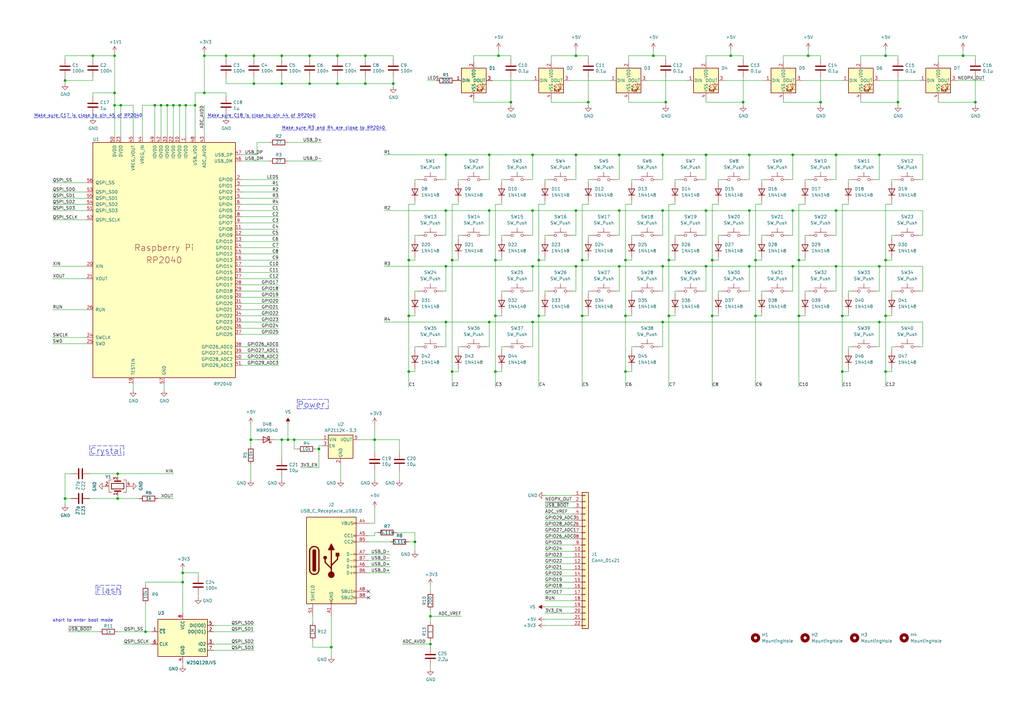
<source format=kicad_sch>
(kicad_sch (version 20211123) (generator eeschema)
  (paper "A3")
  (junction (at 363.22 152.4))
  (junction (at 115.57 22.86))
  (junction (at 200.66 86.36))
  (junction (at 218.44 63.5))
  (junction (at 363.22 22.86))
  (junction (at 80.01 43.18))
  (junction (at 220.98 106.68))
  (junction (at 236.22 22.86))
  (junction (at 149.86 34.29))
  (junction (at 71.12 43.18))
  (junction (at 204.47 22.86))
  (junction (at 182.88 132.08))
  (junction (at 271.78 63.5))
  (junction (at 218.44 109.22))
  (junction (at 176.53 264.16))
  (junction (at 274.32 106.68))
  (junction (at 304.8 41.91))
  (junction (at 209.55 41.91))
  (junction (at 307.34 109.22))
  (junction (at 342.9 63.5))
  (junction (at 220.98 129.54))
  (junction (at 26.67 33.02))
  (junction (at 153.67 180.34))
  (junction (at 292.1 129.54))
  (junction (at 59.69 259.08))
  (junction (at 271.78 132.08))
  (junction (at 83.82 38.1))
  (junction (at 104.14 22.86))
  (junction (at 115.57 180.34))
  (junction (at 63.5 43.18))
  (junction (at 336.55 41.91))
  (junction (at 345.44 152.4))
  (junction (at 26.67 204.47))
  (junction (at 236.22 109.22))
  (junction (at 68.58 43.18))
  (junction (at 331.47 22.86))
  (junction (at 273.05 41.91))
  (junction (at 48.26 204.47))
  (junction (at 200.66 132.08))
  (junction (at 236.22 86.36))
  (junction (at 309.88 106.68))
  (junction (at 241.3 41.91))
  (junction (at 120.65 180.34))
  (junction (at 48.26 194.31))
  (junction (at 299.72 22.86))
  (junction (at 267.97 22.86))
  (junction (at 342.9 86.36))
  (junction (at 167.64 129.54))
  (junction (at 254 86.36))
  (junction (at 76.2 43.18))
  (junction (at 46.99 43.18))
  (junction (at 360.68 132.08))
  (junction (at 115.57 34.29))
  (junction (at 46.99 38.1))
  (junction (at 49.53 43.18))
  (junction (at 170.18 222.25))
  (junction (at 102.87 180.34))
  (junction (at 236.22 63.5))
  (junction (at 127 22.86))
  (junction (at 176.53 252.73))
  (junction (at 342.9 109.22))
  (junction (at 289.56 109.22))
  (junction (at 327.66 106.68))
  (junction (at 83.82 22.86))
  (junction (at 256.54 106.68))
  (junction (at 271.78 86.36))
  (junction (at 92.71 22.86))
  (junction (at 400.05 41.91))
  (junction (at 238.76 106.68))
  (junction (at 218.44 132.08))
  (junction (at 167.64 106.68))
  (junction (at 185.42 106.68))
  (junction (at 238.76 129.54))
  (junction (at 327.66 129.54))
  (junction (at 363.22 106.68))
  (junction (at 104.14 34.29))
  (junction (at 256.54 152.4))
  (junction (at 254 109.22))
  (junction (at 345.44 129.54))
  (junction (at 46.99 22.86))
  (junction (at 161.29 34.29))
  (junction (at 254 63.5))
  (junction (at 307.34 86.36))
  (junction (at 325.12 63.5))
  (junction (at 218.44 86.36))
  (junction (at 325.12 86.36))
  (junction (at 309.88 129.54))
  (junction (at 182.88 109.22))
  (junction (at 292.1 106.68))
  (junction (at 394.97 22.86))
  (junction (at 38.1 22.86))
  (junction (at 130.81 184.15))
  (junction (at 185.42 152.4))
  (junction (at 363.22 129.54))
  (junction (at 127 34.29))
  (junction (at 360.68 109.22))
  (junction (at 200.66 63.5))
  (junction (at 138.43 22.86))
  (junction (at 307.34 63.5))
  (junction (at 271.78 109.22))
  (junction (at 182.88 86.36))
  (junction (at 74.93 234.95))
  (junction (at 66.04 43.18))
  (junction (at 135.89 265.43))
  (junction (at 167.64 152.4))
  (junction (at 289.56 63.5))
  (junction (at 73.66 43.18))
  (junction (at 74.93 238.76))
  (junction (at 203.2 152.4))
  (junction (at 360.68 63.5))
  (junction (at 289.56 86.36))
  (junction (at 325.12 109.22))
  (junction (at 274.32 129.54))
  (junction (at 256.54 129.54))
  (junction (at 203.2 129.54))
  (junction (at 368.3 41.91))
  (junction (at 138.43 34.29))
  (junction (at 203.2 106.68))
  (junction (at 182.88 63.5))
  (junction (at 149.86 22.86))
  (junction (at 118.11 180.34))
  (no_connect (at 151.13 242.57))
  (no_connect (at 151.13 245.11))
  (wire (pts (xy 170.18 119.38) (xy 171.45 119.38)))
  (wire (pts (xy 400.05 22.86) (xy 400.05 24.13)))
  (wire (pts (xy 175.26 33.02) (xy 179.07 33.02)))
  (wire (pts (xy 223.52 254) (xy 234.95 254)))
  (wire (pts (xy 115.57 180.34) (xy 115.57 187.96)))
  (wire (pts (xy 21.59 109.22) (xy 35.56 109.22)))
  (wire (pts (xy 223.52 215.9) (xy 234.95 215.9)))
  (wire (pts (xy 99.06 144.78) (xy 114.3 144.78)))
  (wire (pts (xy 238.76 129.54) (xy 241.3 129.54)))
  (wire (pts (xy 360.68 119.38) (xy 360.68 109.22)))
  (wire (pts (xy 182.88 142.24) (xy 182.88 132.08)))
  (wire (pts (xy 238.76 106.68) (xy 241.3 106.68)))
  (wire (pts (xy 359.41 142.24) (xy 360.68 142.24)))
  (wire (pts (xy 21.59 83.82) (xy 35.56 83.82)))
  (wire (pts (xy 49.53 43.18) (xy 46.99 43.18)))
  (wire (pts (xy 330.2 83.82) (xy 327.66 83.82)))
  (wire (pts (xy 153.67 219.71) (xy 153.67 218.44)))
  (wire (pts (xy 66.04 43.18) (xy 68.58 43.18)))
  (polyline (pts (xy 134.62 167.64) (xy 134.62 163.83)))
  (wire (pts (xy 200.66 73.66) (xy 200.66 63.5)))
  (wire (pts (xy 54.61 43.18) (xy 49.53 43.18)))
  (wire (pts (xy 182.88 73.66) (xy 182.88 63.5)))
  (wire (pts (xy 120.65 180.34) (xy 132.08 180.34)))
  (wire (pts (xy 254 119.38) (xy 254 109.22)))
  (wire (pts (xy 54.61 157.48) (xy 54.61 160.02)))
  (wire (pts (xy 347.98 73.66) (xy 349.25 73.66)))
  (wire (pts (xy 292.1 83.82) (xy 292.1 106.68)))
  (wire (pts (xy 384.81 22.86) (xy 394.97 22.86)))
  (wire (pts (xy 267.97 20.32) (xy 267.97 22.86)))
  (wire (pts (xy 325.12 109.22) (xy 342.9 109.22)))
  (wire (pts (xy 276.86 120.65) (xy 276.86 119.38)))
  (wire (pts (xy 289.56 41.91) (xy 304.8 41.91)))
  (wire (pts (xy 127 31.75) (xy 127 34.29)))
  (wire (pts (xy 294.64 82.55) (xy 294.64 83.82)))
  (wire (pts (xy 276.86 74.93) (xy 276.86 73.66)))
  (wire (pts (xy 128.27 262.89) (xy 128.27 265.43)))
  (wire (pts (xy 170.18 83.82) (xy 167.64 83.82)))
  (wire (pts (xy 194.31 25.4) (xy 194.31 22.86)))
  (wire (pts (xy 83.82 22.86) (xy 83.82 38.1)))
  (wire (pts (xy 200.66 142.24) (xy 200.66 132.08)))
  (wire (pts (xy 217.17 142.24) (xy 218.44 142.24)))
  (wire (pts (xy 99.06 124.46) (xy 114.3 124.46)))
  (wire (pts (xy 330.2 105.41) (xy 330.2 106.68)))
  (wire (pts (xy 259.08 151.13) (xy 259.08 152.4)))
  (wire (pts (xy 201.93 33.02) (xy 218.44 33.02)))
  (wire (pts (xy 218.44 63.5) (xy 236.22 63.5)))
  (wire (pts (xy 323.85 73.66) (xy 325.12 73.66)))
  (wire (pts (xy 87.63 256.54) (xy 104.14 256.54)))
  (wire (pts (xy 223.52 243.84) (xy 234.95 243.84)))
  (wire (pts (xy 270.51 142.24) (xy 271.78 142.24)))
  (wire (pts (xy 99.06 121.92) (xy 114.3 121.92)))
  (wire (pts (xy 209.55 31.75) (xy 209.55 41.91)))
  (wire (pts (xy 307.34 109.22) (xy 325.12 109.22)))
  (wire (pts (xy 194.31 40.64) (xy 194.31 41.91)))
  (wire (pts (xy 138.43 22.86) (xy 149.86 22.86)))
  (wire (pts (xy 36.83 194.31) (xy 48.26 194.31)))
  (wire (pts (xy 167.64 83.82) (xy 167.64 106.68)))
  (wire (pts (xy 274.32 106.68) (xy 274.32 129.54)))
  (wire (pts (xy 234.95 119.38) (xy 236.22 119.38)))
  (wire (pts (xy 99.06 106.68) (xy 114.3 106.68)))
  (wire (pts (xy 312.42 119.38) (xy 313.69 119.38)))
  (polyline (pts (xy 39.37 243.84) (xy 49.53 243.84)))
  (wire (pts (xy 48.26 194.31) (xy 71.12 194.31)))
  (wire (pts (xy 274.32 129.54) (xy 274.32 158.75)))
  (polyline (pts (xy 36.83 186.69) (xy 50.8 186.69)))
  (wire (pts (xy 360.68 142.24) (xy 360.68 132.08)))
  (wire (pts (xy 147.32 180.34) (xy 153.67 180.34)))
  (wire (pts (xy 176.53 240.03) (xy 176.53 242.57)))
  (wire (pts (xy 292.1 129.54) (xy 294.64 129.54)))
  (wire (pts (xy 223.52 74.93) (xy 223.52 73.66)))
  (wire (pts (xy 359.41 119.38) (xy 360.68 119.38)))
  (wire (pts (xy 365.76 82.55) (xy 365.76 83.82)))
  (wire (pts (xy 360.68 33.02) (xy 377.19 33.02)))
  (wire (pts (xy 187.96 97.79) (xy 187.96 96.52)))
  (wire (pts (xy 118.11 180.34) (xy 120.65 180.34)))
  (wire (pts (xy 327.66 129.54) (xy 327.66 158.75)))
  (wire (pts (xy 271.78 142.24) (xy 271.78 132.08)))
  (wire (pts (xy 365.76 151.13) (xy 365.76 152.4)))
  (wire (pts (xy 252.73 119.38) (xy 254 119.38)))
  (wire (pts (xy 241.3 73.66) (xy 242.57 73.66)))
  (wire (pts (xy 341.63 73.66) (xy 342.9 73.66)))
  (wire (pts (xy 256.54 152.4) (xy 259.08 152.4)))
  (wire (pts (xy 203.2 106.68) (xy 203.2 129.54)))
  (wire (pts (xy 274.32 83.82) (xy 274.32 106.68)))
  (polyline (pts (xy 85.09 48.26) (xy 129.54 48.26)))
  (wire (pts (xy 297.18 33.02) (xy 313.69 33.02)))
  (wire (pts (xy 99.06 116.84) (xy 114.3 116.84)))
  (wire (pts (xy 304.8 31.75) (xy 304.8 41.91)))
  (wire (pts (xy 68.58 43.18) (xy 71.12 43.18)))
  (wire (pts (xy 185.42 83.82) (xy 185.42 106.68)))
  (wire (pts (xy 80.01 43.18) (xy 80.01 38.1)))
  (wire (pts (xy 321.31 22.86) (xy 331.47 22.86)))
  (wire (pts (xy 74.93 233.68) (xy 74.93 234.95)))
  (wire (pts (xy 365.76 120.65) (xy 365.76 119.38)))
  (wire (pts (xy 153.67 214.63) (xy 153.67 208.28)))
  (wire (pts (xy 176.53 252.73) (xy 189.23 252.73)))
  (wire (pts (xy 323.85 96.52) (xy 325.12 96.52)))
  (wire (pts (xy 312.42 82.55) (xy 312.42 83.82)))
  (wire (pts (xy 157.48 86.36) (xy 182.88 86.36)))
  (wire (pts (xy 330.2 74.93) (xy 330.2 73.66)))
  (wire (pts (xy 394.97 20.32) (xy 394.97 22.86)))
  (wire (pts (xy 99.06 134.62) (xy 114.3 134.62)))
  (wire (pts (xy 26.67 31.75) (xy 26.67 33.02)))
  (wire (pts (xy 259.08 83.82) (xy 256.54 83.82)))
  (wire (pts (xy 330.2 96.52) (xy 331.47 96.52)))
  (wire (pts (xy 99.06 78.74) (xy 114.3 78.74)))
  (wire (pts (xy 102.87 180.34) (xy 102.87 182.88)))
  (wire (pts (xy 252.73 73.66) (xy 254 73.66)))
  (wire (pts (xy 347.98 142.24) (xy 349.25 142.24)))
  (wire (pts (xy 363.22 106.68) (xy 363.22 129.54)))
  (wire (pts (xy 236.22 73.66) (xy 236.22 63.5)))
  (wire (pts (xy 199.39 73.66) (xy 200.66 73.66)))
  (wire (pts (xy 99.06 99.06) (xy 114.3 99.06)))
  (wire (pts (xy 223.52 83.82) (xy 220.98 83.82)))
  (wire (pts (xy 182.88 63.5) (xy 200.66 63.5)))
  (wire (pts (xy 345.44 129.54) (xy 347.98 129.54)))
  (wire (pts (xy 83.82 21.59) (xy 83.82 22.86)))
  (wire (pts (xy 236.22 96.52) (xy 236.22 86.36)))
  (wire (pts (xy 259.08 105.41) (xy 259.08 106.68)))
  (wire (pts (xy 182.88 86.36) (xy 200.66 86.36)))
  (wire (pts (xy 138.43 31.75) (xy 138.43 34.29)))
  (wire (pts (xy 241.3 74.93) (xy 241.3 73.66)))
  (wire (pts (xy 368.3 31.75) (xy 368.3 41.91)))
  (wire (pts (xy 342.9 119.38) (xy 342.9 109.22)))
  (wire (pts (xy 99.06 111.76) (xy 114.3 111.76)))
  (wire (pts (xy 223.52 208.28) (xy 234.95 208.28)))
  (wire (pts (xy 238.76 83.82) (xy 238.76 106.68)))
  (wire (pts (xy 182.88 109.22) (xy 218.44 109.22)))
  (wire (pts (xy 271.78 73.66) (xy 271.78 63.5)))
  (wire (pts (xy 327.66 106.68) (xy 327.66 129.54)))
  (wire (pts (xy 48.26 259.08) (xy 59.69 259.08)))
  (wire (pts (xy 38.1 24.13) (xy 38.1 22.86)))
  (wire (pts (xy 26.67 22.86) (xy 38.1 22.86)))
  (wire (pts (xy 187.96 73.66) (xy 189.23 73.66)))
  (wire (pts (xy 342.9 86.36) (xy 378.46 86.36)))
  (wire (pts (xy 99.06 127) (xy 114.3 127)))
  (wire (pts (xy 360.68 109.22) (xy 378.46 109.22)))
  (wire (pts (xy 163.83 185.42) (xy 163.83 180.34)))
  (wire (pts (xy 161.29 31.75) (xy 161.29 34.29)))
  (wire (pts (xy 341.63 96.52) (xy 342.9 96.52)))
  (wire (pts (xy 205.74 96.52) (xy 207.01 96.52)))
  (wire (pts (xy 312.42 97.79) (xy 312.42 96.52)))
  (wire (pts (xy 223.52 220.98) (xy 234.95 220.98)))
  (wire (pts (xy 238.76 106.68) (xy 238.76 129.54)))
  (wire (pts (xy 289.56 22.86) (xy 299.72 22.86)))
  (wire (pts (xy 48.26 203.2) (xy 48.26 204.47)))
  (wire (pts (xy 270.51 73.66) (xy 271.78 73.66)))
  (wire (pts (xy 365.76 142.24) (xy 367.03 142.24)))
  (wire (pts (xy 394.97 22.86) (xy 400.05 22.86)))
  (wire (pts (xy 223.52 241.3) (xy 234.95 241.3)))
  (wire (pts (xy 257.81 25.4) (xy 257.81 22.86)))
  (wire (pts (xy 99.06 142.24) (xy 114.3 142.24)))
  (wire (pts (xy 365.76 143.51) (xy 365.76 142.24)))
  (wire (pts (xy 347.98 82.55) (xy 347.98 83.82)))
  (wire (pts (xy 26.67 194.31) (xy 26.67 204.47)))
  (wire (pts (xy 345.44 152.4) (xy 347.98 152.4)))
  (wire (pts (xy 67.31 157.48) (xy 67.31 160.02)))
  (wire (pts (xy 92.71 39.37) (xy 92.71 38.1)))
  (wire (pts (xy 241.3 120.65) (xy 241.3 119.38)))
  (wire (pts (xy 167.64 129.54) (xy 167.64 152.4)))
  (wire (pts (xy 223.52 210.82) (xy 234.95 210.82)))
  (wire (pts (xy 130.81 184.15) (xy 130.81 191.77)))
  (wire (pts (xy 99.06 86.36) (xy 114.3 86.36)))
  (wire (pts (xy 226.06 41.91) (xy 241.3 41.91)))
  (wire (pts (xy 151.13 234.95) (xy 160.02 234.95)))
  (wire (pts (xy 271.78 63.5) (xy 289.56 63.5)))
  (wire (pts (xy 378.46 142.24) (xy 378.46 132.08)))
  (wire (pts (xy 259.08 120.65) (xy 259.08 119.38)))
  (wire (pts (xy 289.56 109.22) (xy 307.34 109.22)))
  (wire (pts (xy 115.57 24.13) (xy 115.57 22.86)))
  (wire (pts (xy 276.86 128.27) (xy 276.86 129.54)))
  (wire (pts (xy 327.66 106.68) (xy 330.2 106.68)))
  (wire (pts (xy 307.34 119.38) (xy 307.34 109.22)))
  (wire (pts (xy 73.66 55.88) (xy 73.66 43.18)))
  (wire (pts (xy 130.81 182.88) (xy 132.08 182.88)))
  (wire (pts (xy 182.88 119.38) (xy 182.88 109.22)))
  (wire (pts (xy 35.56 140.97) (xy 21.59 140.97)))
  (wire (pts (xy 105.41 58.42) (xy 110.49 58.42)))
  (wire (pts (xy 360.68 132.08) (xy 378.46 132.08)))
  (wire (pts (xy 365.76 128.27) (xy 365.76 129.54)))
  (wire (pts (xy 163.83 180.34) (xy 153.67 180.34)))
  (wire (pts (xy 99.06 81.28) (xy 114.3 81.28)))
  (wire (pts (xy 205.74 74.93) (xy 205.74 73.66)))
  (wire (pts (xy 118.11 173.99) (xy 118.11 180.34)))
  (wire (pts (xy 199.39 142.24) (xy 200.66 142.24)))
  (wire (pts (xy 241.3 119.38) (xy 242.57 119.38)))
  (wire (pts (xy 223.52 238.76) (xy 234.95 238.76)))
  (wire (pts (xy 105.41 58.42) (xy 105.41 63.5)))
  (wire (pts (xy 135.89 252.73) (xy 135.89 265.43)))
  (wire (pts (xy 321.31 41.91) (xy 336.55 41.91)))
  (wire (pts (xy 223.52 256.54) (xy 234.95 256.54)))
  (wire (pts (xy 392.43 33.02) (xy 403.86 33.02)))
  (wire (pts (xy 217.17 73.66) (xy 218.44 73.66)))
  (wire (pts (xy 99.06 149.86) (xy 114.3 149.86)))
  (wire (pts (xy 199.39 96.52) (xy 200.66 96.52)))
  (wire (pts (xy 218.44 109.22) (xy 236.22 109.22)))
  (wire (pts (xy 377.19 119.38) (xy 378.46 119.38)))
  (polyline (pts (xy 121.92 167.64) (xy 134.62 167.64)))
  (wire (pts (xy 149.86 34.29) (xy 138.43 34.29)))
  (wire (pts (xy 384.81 40.64) (xy 384.81 41.91)))
  (wire (pts (xy 363.22 83.82) (xy 363.22 106.68)))
  (wire (pts (xy 312.42 83.82) (xy 309.88 83.82)))
  (wire (pts (xy 128.27 265.43) (xy 135.89 265.43)))
  (wire (pts (xy 187.96 96.52) (xy 189.23 96.52)))
  (wire (pts (xy 236.22 86.36) (xy 254 86.36)))
  (wire (pts (xy 294.64 96.52) (xy 295.91 96.52)))
  (polyline (pts (xy 115.57 53.34) (xy 158.75 53.34)))
  (wire (pts (xy 63.5 43.18) (xy 66.04 43.18)))
  (wire (pts (xy 58.42 43.18) (xy 63.5 43.18)))
  (wire (pts (xy 151.13 219.71) (xy 153.67 219.71)))
  (wire (pts (xy 170.18 128.27) (xy 170.18 129.54)))
  (wire (pts (xy 363.22 22.86) (xy 368.3 22.86)))
  (wire (pts (xy 256.54 106.68) (xy 256.54 129.54)))
  (wire (pts (xy 363.22 152.4) (xy 365.76 152.4)))
  (wire (pts (xy 218.44 73.66) (xy 218.44 63.5)))
  (wire (pts (xy 309.88 106.68) (xy 312.42 106.68)))
  (wire (pts (xy 241.3 31.75) (xy 241.3 41.91)))
  (wire (pts (xy 273.05 31.75) (xy 273.05 41.91)))
  (wire (pts (xy 26.67 204.47) (xy 26.67 207.01)))
  (wire (pts (xy 259.08 73.66) (xy 260.35 73.66)))
  (wire (pts (xy 218.44 119.38) (xy 218.44 109.22)))
  (wire (pts (xy 48.26 204.47) (xy 57.15 204.47)))
  (wire (pts (xy 73.66 43.18) (xy 76.2 43.18)))
  (wire (pts (xy 92.71 31.75) (xy 92.71 34.29)))
  (wire (pts (xy 223.52 223.52) (xy 234.95 223.52)))
  (wire (pts (xy 83.82 43.18) (xy 83.82 55.88)))
  (wire (pts (xy 321.31 40.64) (xy 321.31 41.91)))
  (wire (pts (xy 104.14 34.29) (xy 92.71 34.29)))
  (wire (pts (xy 400.05 43.18) (xy 400.05 41.91)))
  (wire (pts (xy 254 73.66) (xy 254 63.5)))
  (wire (pts (xy 363.22 152.4) (xy 363.22 158.75)))
  (wire (pts (xy 115.57 22.86) (xy 127 22.86)))
  (wire (pts (xy 309.88 129.54) (xy 309.88 158.75)))
  (wire (pts (xy 259.08 97.79) (xy 259.08 96.52)))
  (wire (pts (xy 218.44 132.08) (xy 271.78 132.08)))
  (wire (pts (xy 63.5 55.88) (xy 63.5 43.18)))
  (wire (pts (xy 71.12 55.88) (xy 71.12 43.18)))
  (wire (pts (xy 138.43 34.29) (xy 127 34.29)))
  (wire (pts (xy 220.98 106.68) (xy 220.98 129.54)))
  (polyline (pts (xy 36.83 182.88) (xy 36.83 186.69)))
  (wire (pts (xy 220.98 83.82) (xy 220.98 106.68)))
  (wire (pts (xy 29.21 204.47) (xy 26.67 204.47)))
  (wire (pts (xy 347.98 128.27) (xy 347.98 129.54)))
  (wire (pts (xy 204.47 22.86) (xy 209.55 22.86)))
  (wire (pts (xy 99.06 137.16) (xy 114.3 137.16)))
  (wire (pts (xy 365.76 96.52) (xy 367.03 96.52)))
  (wire (pts (xy 99.06 66.04) (xy 110.49 66.04)))
  (wire (pts (xy 223.52 119.38) (xy 224.79 119.38)))
  (wire (pts (xy 267.97 22.86) (xy 273.05 22.86)))
  (wire (pts (xy 74.93 271.78) (xy 74.93 273.05)))
  (wire (pts (xy 304.8 22.86) (xy 304.8 24.13)))
  (wire (pts (xy 259.08 96.52) (xy 260.35 96.52)))
  (wire (pts (xy 115.57 180.34) (xy 118.11 180.34)))
  (wire (pts (xy 218.44 86.36) (xy 236.22 86.36)))
  (wire (pts (xy 342.9 63.5) (xy 360.68 63.5)))
  (wire (pts (xy 181.61 96.52) (xy 182.88 96.52)))
  (wire (pts (xy 365.76 105.41) (xy 365.76 106.68)))
  (wire (pts (xy 223.52 213.36) (xy 234.95 213.36)))
  (wire (pts (xy 220.98 129.54) (xy 223.52 129.54)))
  (wire (pts (xy 165.1 264.16) (xy 176.53 264.16)))
  (wire (pts (xy 365.76 74.93) (xy 365.76 73.66)))
  (wire (pts (xy 271.78 109.22) (xy 289.56 109.22)))
  (wire (pts (xy 50.8 264.16) (xy 62.23 264.16)))
  (wire (pts (xy 241.3 43.18) (xy 241.3 41.91)))
  (wire (pts (xy 151.13 214.63) (xy 153.67 214.63)))
  (wire (pts (xy 187.96 142.24) (xy 189.23 142.24)))
  (wire (pts (xy 176.53 250.19) (xy 176.53 252.73)))
  (wire (pts (xy 306.07 96.52) (xy 307.34 96.52)))
  (wire (pts (xy 347.98 119.38) (xy 349.25 119.38)))
  (wire (pts (xy 259.08 82.55) (xy 259.08 83.82)))
  (wire (pts (xy 157.48 132.08) (xy 182.88 132.08)))
  (wire (pts (xy 377.19 142.24) (xy 378.46 142.24)))
  (wire (pts (xy 276.86 82.55) (xy 276.86 83.82)))
  (wire (pts (xy 347.98 74.93) (xy 347.98 73.66)))
  (wire (pts (xy 347.98 120.65) (xy 347.98 119.38)))
  (wire (pts (xy 35.56 114.3) (xy 21.59 114.3)))
  (wire (pts (xy 307.34 96.52) (xy 307.34 86.36)))
  (wire (pts (xy 200.66 86.36) (xy 218.44 86.36)))
  (polyline (pts (xy 49.53 243.84) (xy 49.53 240.03)))
  (wire (pts (xy 104.14 22.86) (xy 115.57 22.86)))
  (wire (pts (xy 176.53 252.73) (xy 176.53 255.27)))
  (polyline (pts (xy 50.8 182.88) (xy 36.83 182.88)))
  (wire (pts (xy 46.99 21.59) (xy 46.99 22.86)))
  (wire (pts (xy 64.77 204.47) (xy 71.12 204.47)))
  (wire (pts (xy 181.61 142.24) (xy 182.88 142.24)))
  (wire (pts (xy 294.64 120.65) (xy 294.64 119.38)))
  (wire (pts (xy 209.55 22.86) (xy 209.55 24.13)))
  (wire (pts (xy 323.85 119.38) (xy 325.12 119.38)))
  (wire (pts (xy 365.76 97.79) (xy 365.76 96.52)))
  (wire (pts (xy 185.42 106.68) (xy 185.42 152.4)))
  (wire (pts (xy 312.42 73.66) (xy 313.69 73.66)))
  (wire (pts (xy 99.06 88.9) (xy 114.3 88.9)))
  (wire (pts (xy 118.11 66.04) (xy 132.08 66.04)))
  (wire (pts (xy 223.52 82.55) (xy 223.52 83.82)))
  (wire (pts (xy 120.65 184.15) (xy 120.65 180.34)))
  (wire (pts (xy 256.54 106.68) (xy 259.08 106.68)))
  (wire (pts (xy 123.19 191.77) (xy 130.81 191.77)))
  (wire (pts (xy 113.03 180.34) (xy 115.57 180.34)))
  (wire (pts (xy 205.74 142.24) (xy 207.01 142.24)))
  (wire (pts (xy 271.78 86.36) (xy 289.56 86.36)))
  (wire (pts (xy 236.22 109.22) (xy 254 109.22)))
  (wire (pts (xy 127 24.13) (xy 127 22.86)))
  (wire (pts (xy 187.96 74.93) (xy 187.96 73.66)))
  (wire (pts (xy 223.52 236.22) (xy 234.95 236.22)))
  (wire (pts (xy 71.12 43.18) (xy 73.66 43.18)))
  (wire (pts (xy 205.74 120.65) (xy 205.74 119.38)))
  (wire (pts (xy 99.06 76.2) (xy 114.3 76.2)))
  (wire (pts (xy 289.56 96.52) (xy 289.56 86.36)))
  (wire (pts (xy 294.64 73.66) (xy 295.91 73.66)))
  (wire (pts (xy 139.7 190.5) (xy 139.7 196.85)))
  (wire (pts (xy 330.2 97.79) (xy 330.2 96.52)))
  (wire (pts (xy 87.63 264.16) (xy 104.14 264.16)))
  (wire (pts (xy 49.53 55.88) (xy 49.53 43.18)))
  (wire (pts (xy 294.64 74.93) (xy 294.64 73.66)))
  (wire (pts (xy 80.01 55.88) (xy 80.01 43.18)))
  (wire (pts (xy 170.18 218.44) (xy 170.18 222.25)))
  (wire (pts (xy 83.82 22.86) (xy 92.71 22.86)))
  (wire (pts (xy 270.51 119.38) (xy 271.78 119.38)))
  (wire (pts (xy 59.69 238.76) (xy 74.93 238.76)))
  (wire (pts (xy 368.3 43.18) (xy 368.3 41.91)))
  (wire (pts (xy 99.06 114.3) (xy 114.3 114.3)))
  (wire (pts (xy 223.52 251.46) (xy 234.95 251.46)))
  (wire (pts (xy 104.14 24.13) (xy 104.14 22.86)))
  (wire (pts (xy 289.56 63.5) (xy 307.34 63.5)))
  (wire (pts (xy 400.05 31.75) (xy 400.05 41.91)))
  (wire (pts (xy 40.64 259.08) (xy 27.94 259.08)))
  (wire (pts (xy 99.06 96.52) (xy 114.3 96.52)))
  (wire (pts (xy 59.69 240.03) (xy 59.69 238.76)))
  (polyline (pts (xy 49.53 240.03) (xy 39.37 240.03)))
  (wire (pts (xy 205.74 73.66) (xy 207.01 73.66)))
  (wire (pts (xy 46.99 22.86) (xy 46.99 38.1)))
  (wire (pts (xy 170.18 120.65) (xy 170.18 119.38)))
  (wire (pts (xy 233.68 33.02) (xy 250.19 33.02)))
  (wire (pts (xy 312.42 128.27) (xy 312.42 129.54)))
  (wire (pts (xy 35.56 74.93) (xy 21.59 74.93)))
  (wire (pts (xy 378.46 119.38) (xy 378.46 109.22)))
  (wire (pts (xy 299.72 20.32) (xy 299.72 22.86)))
  (wire (pts (xy 204.47 20.32) (xy 204.47 22.86)))
  (wire (pts (xy 104.14 31.75) (xy 104.14 34.29)))
  (polyline (pts (xy 50.8 186.69) (xy 50.8 182.88)))
  (wire (pts (xy 205.74 105.41) (xy 205.74 106.68)))
  (wire (pts (xy 223.52 246.38) (xy 234.95 246.38)))
  (wire (pts (xy 151.13 222.25) (xy 160.02 222.25)))
  (wire (pts (xy 307.34 63.5) (xy 325.12 63.5)))
  (wire (pts (xy 167.64 152.4) (xy 167.64 158.75)))
  (wire (pts (xy 151.13 229.87) (xy 160.02 229.87)))
  (wire (pts (xy 276.86 119.38) (xy 278.13 119.38)))
  (wire (pts (xy 378.46 73.66) (xy 378.46 63.5)))
  (wire (pts (xy 167.64 129.54) (xy 170.18 129.54)))
  (wire (pts (xy 205.74 151.13) (xy 205.74 152.4)))
  (wire (pts (xy 149.86 24.13) (xy 149.86 22.86)))
  (wire (pts (xy 128.27 252.73) (xy 128.27 255.27)))
  (wire (pts (xy 347.98 151.13) (xy 347.98 152.4)))
  (polyline (pts (xy 121.92 163.83) (xy 121.92 167.64)))
  (wire (pts (xy 330.2 82.55) (xy 330.2 83.82)))
  (wire (pts (xy 342.9 73.66) (xy 342.9 63.5)))
  (wire (pts (xy 252.73 96.52) (xy 254 96.52)))
  (wire (pts (xy 170.18 82.55) (xy 170.18 83.82)))
  (wire (pts (xy 170.18 143.51) (xy 170.18 142.24)))
  (wire (pts (xy 149.86 34.29) (xy 161.29 34.29)))
  (wire (pts (xy 384.81 41.91) (xy 400.05 41.91)))
  (wire (pts (xy 58.42 55.88) (xy 58.42 43.18)))
  (wire (pts (xy 276.86 97.79) (xy 276.86 96.52)))
  (wire (pts (xy 347.98 143.51) (xy 347.98 142.24)))
  (wire (pts (xy 345.44 129.54) (xy 345.44 152.4)))
  (wire (pts (xy 223.52 128.27) (xy 223.52 129.54)))
  (wire (pts (xy 365.76 119.38) (xy 367.03 119.38)))
  (wire (pts (xy 331.47 20.32) (xy 331.47 22.86)))
  (wire (pts (xy 153.67 173.99) (xy 153.67 180.34)))
  (wire (pts (xy 38.1 33.02) (xy 38.1 31.75)))
  (wire (pts (xy 223.52 105.41) (xy 223.52 106.68)))
  (wire (pts (xy 289.56 25.4) (xy 289.56 22.86)))
  (wire (pts (xy 203.2 83.82) (xy 203.2 106.68)))
  (wire (pts (xy 200.66 63.5) (xy 218.44 63.5)))
  (wire (pts (xy 130.81 184.15) (xy 130.81 182.88)))
  (wire (pts (xy 54.61 55.88) (xy 54.61 43.18)))
  (wire (pts (xy 359.41 73.66) (xy 360.68 73.66)))
  (wire (pts (xy 223.52 120.65) (xy 223.52 119.38)))
  (wire (pts (xy 153.67 180.34) (xy 153.67 185.42)))
  (wire (pts (xy 218.44 142.24) (xy 218.44 132.08)))
  (wire (pts (xy 187.96 83.82) (xy 185.42 83.82)))
  (wire (pts (xy 368.3 22.86) (xy 368.3 24.13)))
  (wire (pts (xy 29.21 194.31) (xy 26.67 194.31)))
  (wire (pts (xy 273.05 43.18) (xy 273.05 41.91)))
  (wire (pts (xy 259.08 128.27) (xy 259.08 129.54)))
  (wire (pts (xy 270.51 96.52) (xy 271.78 96.52)))
  (wire (pts (xy 99.06 83.82) (xy 114.3 83.82)))
  (wire (pts (xy 87.63 266.7) (xy 104.14 266.7)))
  (wire (pts (xy 236.22 119.38) (xy 236.22 109.22)))
  (wire (pts (xy 294.64 105.41) (xy 294.64 106.68)))
  (wire (pts (xy 163.83 193.04) (xy 163.83 196.85)))
  (wire (pts (xy 342.9 96.52) (xy 342.9 86.36)))
  (wire (pts (xy 102.87 180.34) (xy 105.41 180.34)))
  (wire (pts (xy 176.53 265.43) (xy 176.53 264.16)))
  (wire (pts (xy 99.06 129.54) (xy 114.3 129.54)))
  (wire (pts (xy 99.06 93.98) (xy 114.3 93.98)))
  (wire (pts (xy 92.71 22.86) (xy 104.14 22.86)))
  (wire (pts (xy 217.17 96.52) (xy 218.44 96.52)))
  (wire (pts (xy 187.96 105.41) (xy 187.96 106.68)))
  (wire (pts (xy 363.22 129.54) (xy 365.76 129.54)))
  (wire (pts (xy 115.57 195.58) (xy 115.57 196.85)))
  (wire (pts (xy 99.06 132.08) (xy 114.3 132.08)))
  (wire (pts (xy 48.26 195.58) (xy 48.26 194.31)))
  (wire (pts (xy 203.2 129.54) (xy 205.74 129.54)))
  (wire (pts (xy 294.64 119.38) (xy 295.91 119.38)))
  (wire (pts (xy 26.67 33.02) (xy 38.1 33.02)))
  (wire (pts (xy 167.64 106.68) (xy 167.64 129.54)))
  (wire (pts (xy 185.42 152.4) (xy 187.96 152.4)))
  (wire (pts (xy 59.69 259.08) (xy 62.23 259.08)))
  (wire (pts (xy 241.3 97.79) (xy 241.3 96.52)))
  (wire (pts (xy 185.42 152.4) (xy 185.42 158.75)))
  (wire (pts (xy 203.2 129.54) (xy 203.2 152.4)))
  (wire (pts (xy 223.52 248.92) (xy 234.95 248.92)))
  (wire (pts (xy 99.06 104.14) (xy 114.3 104.14)))
  (wire (pts (xy 127 22.86) (xy 138.43 22.86)))
  (wire (pts (xy 115.57 31.75) (xy 115.57 34.29)))
  (wire (pts (xy 205.74 82.55) (xy 205.74 83.82)))
  (wire (pts (xy 121.92 184.15) (xy 120.65 184.15)))
  (wire (pts (xy 194.31 22.86) (xy 204.47 22.86)))
  (wire (pts (xy 138.43 24.13) (xy 138.43 22.86)))
  (wire (pts (xy 153.67 218.44) (xy 154.94 218.44)))
  (wire (pts (xy 271.78 96.52) (xy 271.78 86.36)))
  (wire (pts (xy 220.98 106.68) (xy 223.52 106.68)))
  (wire (pts (xy 353.06 40.64) (xy 353.06 41.91)))
  (wire (pts (xy 312.42 96.52) (xy 313.69 96.52)))
  (wire (pts (xy 276.86 83.82) (xy 274.32 83.82)))
  (wire (pts (xy 200.66 132.08) (xy 218.44 132.08)))
  (wire (pts (xy 205.74 143.51) (xy 205.74 142.24)))
  (wire (pts (xy 157.48 63.5) (xy 182.88 63.5)))
  (wire (pts (xy 218.44 96.52) (xy 218.44 86.36)))
  (wire (pts (xy 26.67 24.13) (xy 26.67 22.86)))
  (wire (pts (xy 234.95 96.52) (xy 236.22 96.52)))
  (wire (pts (xy 294.64 128.27) (xy 294.64 129.54)))
  (wire (pts (xy 170.18 96.52) (xy 171.45 96.52)))
  (wire (pts (xy 299.72 22.86) (xy 304.8 22.86)))
  (wire (pts (xy 35.56 138.43) (xy 21.59 138.43)))
  (wire (pts (xy 46.99 38.1) (xy 46.99 43.18)))
  (wire (pts (xy 353.06 41.91) (xy 368.3 41.91)))
  (wire (pts (xy 223.52 96.52) (xy 224.79 96.52)))
  (wire (pts (xy 161.29 24.13) (xy 161.29 22.86)))
  (wire (pts (xy 325.12 86.36) (xy 342.9 86.36)))
  (wire (pts (xy 276.86 105.41) (xy 276.86 106.68)))
  (wire (pts (xy 353.06 22.86) (xy 363.22 22.86)))
  (wire (pts (xy 327.66 129.54) (xy 330.2 129.54)))
  (wire (pts (xy 35.56 90.17) (xy 21.59 90.17)))
  (wire (pts (xy 81.28 236.22) (xy 81.28 234.95)))
  (wire (pts (xy 102.87 190.5) (xy 102.87 196.85)))
  (wire (pts (xy 289.56 119.38) (xy 289.56 109.22)))
  (wire (pts (xy 223.52 203.2) (xy 234.95 203.2)))
  (wire (pts (xy 167.64 222.25) (xy 170.18 222.25)))
  (wire (pts (xy 80.01 38.1) (xy 83.82 38.1)))
  (wire (pts (xy 36.83 204.47) (xy 48.26 204.47)))
  (wire (pts (xy 306.07 73.66) (xy 307.34 73.66)))
  (wire (pts (xy 203.2 152.4) (xy 205.74 152.4)))
  (wire (pts (xy 59.69 247.65) (xy 59.69 259.08)))
  (wire (pts (xy 273.05 22.86) (xy 273.05 24.13)))
  (wire (pts (xy 271.78 132.08) (xy 360.68 132.08)))
  (wire (pts (xy 259.08 142.24) (xy 260.35 142.24)))
  (wire (pts (xy 187.96 151.13) (xy 187.96 152.4)))
  (wire (pts (xy 342.9 109.22) (xy 360.68 109.22)))
  (wire (pts (xy 288.29 96.52) (xy 289.56 96.52)))
  (wire (pts (xy 187.96 143.51) (xy 187.96 142.24)))
  (wire (pts (xy 238.76 129.54) (xy 238.76 158.75)))
  (wire (pts (xy 223.52 73.66) (xy 224.79 73.66)))
  (wire (pts (xy 336.55 22.86) (xy 336.55 24.13)))
  (wire (pts (xy 21.59 78.74) (xy 35.56 78.74)))
  (wire (pts (xy 187.96 82.55) (xy 187.96 83.82)))
  (wire (pts (xy 176.53 264.16) (xy 176.53 262.89)))
  (wire (pts (xy 363.22 20.32) (xy 363.22 22.86)))
  (wire (pts (xy 325.12 119.38) (xy 325.12 109.22)))
  (wire (pts (xy 167.64 106.68) (xy 170.18 106.68)))
  (wire (pts (xy 99.06 101.6) (xy 114.3 101.6)))
  (wire (pts (xy 377.19 96.52) (xy 378.46 96.52)))
  (wire (pts (xy 99.06 91.44) (xy 114.3 91.44)))
  (wire (pts (xy 220.98 129.54) (xy 220.98 158.75)))
  (wire (pts (xy 236.22 20.32) (xy 236.22 22.86)))
  (wire (pts (xy 271.78 119.38) (xy 271.78 109.22)))
  (wire (pts (xy 194.31 41.91) (xy 209.55 41.91)))
  (wire (pts (xy 170.18 222.25) (xy 170.18 226.06)))
  (wire (pts (xy 292.1 106.68) (xy 292.1 129.54)))
  (wire (pts (xy 365.76 83.82) (xy 363.22 83.82)))
  (wire (pts (xy 257.81 40.64) (xy 257.81 41.91)))
  (wire (pts (xy 309.88 106.68) (xy 309.88 129.54)))
  (wire (pts (xy 21.59 81.28) (xy 35.56 81.28)))
  (wire (pts (xy 254 86.36) (xy 271.78 86.36)))
  (wire (pts (xy 331.47 22.86) (xy 336.55 22.86)))
  (wire (pts (xy 312.42 120.65) (xy 312.42 119.38)))
  (wire (pts (xy 81.28 243.84) (xy 81.28 245.11)))
  (wire (pts (xy 76.2 43.18) (xy 80.01 43.18)))
  (wire (pts (xy 325.12 63.5) (xy 342.9 63.5)))
  (wire (pts (xy 200.66 96.52) (xy 200.66 86.36)))
  (wire (pts (xy 306.07 119.38) (xy 307.34 119.38)))
  (wire (pts (xy 182.88 96.52) (xy 182.88 86.36)))
  (wire (pts (xy 74.93 238.76) (xy 74.93 251.46)))
  (wire (pts (xy 312.42 74.93) (xy 312.42 73.66)))
  (wire (pts (xy 170.18 97.79) (xy 170.18 96.52)))
  (wire (pts (xy 92.71 24.13) (xy 92.71 22.86)))
  (wire (pts (xy 181.61 73.66) (xy 182.88 73.66)))
  (wire (pts (xy 205.74 97.79) (xy 205.74 96.52)))
  (wire (pts (xy 241.3 22.86) (xy 241.3 24.13)))
  (polyline (pts (xy 39.37 240.03) (xy 39.37 243.84)))
  (wire (pts (xy 236.22 63.5) (xy 254 63.5)))
  (wire (pts (xy 256.54 152.4) (xy 256.54 158.75)))
  (wire (pts (xy 330.2 120.65) (xy 330.2 119.38)))
  (wire (pts (xy 330.2 119.38) (xy 331.47 119.38)))
  (wire (pts (xy 205.74 119.38) (xy 207.01 119.38)))
  (wire (pts (xy 129.54 184.15) (xy 130.81 184.15)))
  (wire (pts (xy 223.52 233.68) (xy 234.95 233.68)))
  (wire (pts (xy 99.06 73.66) (xy 114.3 73.66)))
  (wire (pts (xy 309.88 129.54) (xy 312.42 129.54)))
  (wire (pts (xy 292.1 129.54) (xy 292.1 158.75)))
  (wire (pts (xy 289.56 86.36) (xy 307.34 86.36)))
  (wire (pts (xy 151.13 232.41) (xy 160.02 232.41)))
  (wire (pts (xy 223.52 226.06) (xy 234.95 226.06)))
  (wire (pts (xy 341.63 119.38) (xy 342.9 119.38)))
  (wire (pts (xy 99.06 119.38) (xy 114.3 119.38)))
  (wire (pts (xy 360.68 73.66) (xy 360.68 63.5)))
  (wire (pts (xy 203.2 106.68) (xy 205.74 106.68)))
  (wire (pts (xy 256.54 129.54) (xy 256.54 152.4)))
  (wire (pts (xy 170.18 151.13) (xy 170.18 152.4)))
  (wire (pts (xy 161.29 34.29) (xy 161.29 35.56)))
  (wire (pts (xy 274.32 129.54) (xy 276.86 129.54)))
  (wire (pts (xy 241.3 96.52) (xy 242.57 96.52)))
  (wire (pts (xy 170.18 105.41) (xy 170.18 106.68)))
  (wire (pts (xy 99.06 147.32) (xy 114.3 147.32)))
  (wire (pts (xy 363.22 106.68) (xy 365.76 106.68)))
  (wire (pts (xy 363.22 129.54) (xy 363.22 152.4)))
  (wire (pts (xy 170.18 73.66) (xy 171.45 73.66)))
  (wire (pts (xy 66.04 55.88) (xy 66.04 43.18)))
  (wire (pts (xy 226.06 25.4) (xy 226.06 22.86)))
  (wire (pts (xy 259.08 74.93) (xy 259.08 73.66)))
  (wire (pts (xy 289.56 73.66) (xy 289.56 63.5)))
  (wire (pts (xy 81.28 234.95) (xy 74.93 234.95)))
  (wire (pts (xy 327.66 83.82) (xy 327.66 106.68)))
  (wire (pts (xy 378.46 96.52) (xy 378.46 86.36)))
  (wire (pts (xy 254 109.22) (xy 271.78 109.22)))
  (wire (pts (xy 176.53 273.05) (xy 176.53 274.32)))
  (wire (pts (xy 102.87 173.99) (xy 102.87 180.34)))
  (wire (pts (xy 223.52 231.14) (xy 234.95 231.14)))
  (wire (pts (xy 170.18 142.24) (xy 171.45 142.24)))
  (wire (pts (xy 289.56 40.64) (xy 289.56 41.91)))
  (wire (pts (xy 99.06 109.22) (xy 114.3 109.22)))
  (wire (pts (xy 74.93 234.95) (xy 74.93 238.76)))
  (wire (pts (xy 288.29 73.66) (xy 289.56 73.66)))
  (wire (pts (xy 205.74 128.27) (xy 205.74 129.54)))
  (wire (pts (xy 294.64 83.82) (xy 292.1 83.82)))
  (wire (pts (xy 87.63 259.08) (xy 104.14 259.08)))
  (wire (pts (xy 347.98 83.82) (xy 345.44 83.82)))
  (wire (pts (xy 153.67 193.04) (xy 153.67 196.85)))
  (wire (pts (xy 46.99 43.18) (xy 46.99 55.88)))
  (wire (pts (xy 384.81 25.4) (xy 384.81 22.86)))
  (wire (pts (xy 26.67 33.02) (xy 26.67 34.29)))
  (wire (pts (xy 38.1 38.1) (xy 46.99 38.1)))
  (wire (pts (xy 149.86 22.86) (xy 161.29 22.86)))
  (polyline (pts (xy 13.97 48.26) (xy 57.15 48.26)))
  (wire (pts (xy 330.2 73.66) (xy 331.47 73.66)))
  (wire (pts (xy 321.31 25.4) (xy 321.31 22.86)))
  (wire (pts (xy 135.89 265.43) (xy 135.89 269.24)))
  (wire (pts (xy 21.59 86.36) (xy 35.56 86.36)))
  (wire (pts (xy 256.54 129.54) (xy 259.08 129.54)))
  (wire (pts (xy 226.06 40.64) (xy 226.06 41.91)))
  (wire (pts (xy 83.82 38.1) (xy 92.71 38.1)))
  (wire (pts (xy 223.52 97.79) (xy 223.52 96.52)))
  (wire (pts (xy 118.11 58.42) (xy 132.08 58.42)))
  (wire (pts (xy 336.55 31.75) (xy 336.55 41.91)))
  (wire (pts (xy 365.76 73.66) (xy 367.03 73.66)))
  (wire (pts (xy 68.58 55.88) (xy 68.58 43.18)))
  (wire (pts (xy 307.34 86.36) (xy 325.12 86.36)))
  (wire (pts (xy 99.06 63.5) (xy 105.41 63.5)))
  (wire (pts (xy 185.42 106.68) (xy 187.96 106.68)))
  (wire (pts (xy 265.43 33.02) (xy 281.94 33.02)))
  (wire (pts (xy 162.56 218.44) (xy 170.18 218.44)))
  (wire (pts (xy 353.06 25.4) (xy 353.06 22.86)))
  (wire (pts (xy 377.19 73.66) (xy 378.46 73.66)))
  (wire (pts (xy 38.1 22.86) (xy 46.99 22.86)))
  (wire (pts (xy 170.18 74.93) (xy 170.18 73.66)))
  (wire (pts (xy 167.64 152.4) (xy 170.18 152.4)))
  (wire (pts (xy 157.48 109.22) (xy 182.88 109.22)))
  (wire (pts (xy 226.06 22.86) (xy 236.22 22.86)))
  (wire (pts (xy 236.22 22.86) (xy 241.3 22.86)))
  (wire (pts (xy 127 34.29) (xy 115.57 34.29)))
  (wire (pts (xy 149.86 31.75) (xy 149.86 34.29)))
  (wire (pts (xy 223.52 218.44) (xy 234.95 218.44)))
  (wire (pts (xy 241.3 128.27) (xy 241.3 129.54)))
  (wire (pts (xy 205.74 83.82) (xy 203.2 83.82)))
  (polyline (pts (xy 134.62 163.83) (xy 121.92 163.83)))
  (wire (pts (xy 360.68 63.5) (xy 378.46 63.5)))
  (wire (pts (xy 257.81 22.86) (xy 267.97 22.86)))
  (wire (pts (xy 304.8 43.18) (xy 304.8 41.91)))
  (wire (pts (xy 35.56 127) (xy 21.59 127)))
  (wire (pts (xy 276.86 96.52) (xy 278.13 96.52)))
  (wire (pts (xy 325.12 73.66) (xy 325.12 63.5)))
  (wire (pts (xy 257.81 41.91) (xy 273.05 41.91)))
  (wire (pts (xy 328.93 33.02) (xy 345.44 33.02)))
  (wire (pts (xy 241.3 83.82) (xy 238.76 83.82)))
  (wire (pts (xy 288.29 119.38) (xy 289.56 119.38)))
  (wire (pts (xy 274.32 106.68) (xy 276.86 106.68)))
  (wire (pts (xy 254 96.52) (xy 254 86.36)))
  (wire (pts (xy 151.13 227.33) (xy 160.02 227.33)))
  (wire (pts (xy 241.3 105.41) (xy 241.3 106.68)))
  (wire (pts (xy 38.1 46.99) (xy 38.1 48.26)))
  (wire (pts (xy 309.88 83.82) (xy 309.88 106.68)))
  (wire (pts (xy 345.44 83.82) (xy 345.44 129.54)))
  (wire (pts (xy 181.61 119.38) (xy 182.88 119.38)))
  (wire (pts (xy 276.86 73.66) (xy 278.13 73.66)))
  (wire (pts (xy 336.55 43.18) (xy 336.55 41.91)))
  (wire (pts (xy 217.17 119.38) (xy 218.44 119.38)))
  (wire (pts (xy 209.55 43.18) (xy 209.55 41.91)))
  (wire (pts (xy 182.88 132.08) (xy 200.66 132.08)))
  (wire (pts (xy 92.71 46.99) (xy 92.71 48.26)))
  (wire (pts (xy 223.52 228.6) (xy 234.95 228.6)))
  (wire (pts (xy 115.57 34.29) (xy 104.14 34.29)))
  (wire (pts (xy 330.2 128.27) (xy 330.2 129.54)))
  (wire (pts (xy 259.08 119.38) (xy 260.35 119.38)))
  (wire (pts (xy 292.1 106.68) (xy 294.64 106.68)))
  (wire (pts (xy 38.1 39.37) (xy 38.1 38.1)))
  (wire (pts (xy 325.12 96.52) (xy 325.12 86.36)))
  (wire (pts (xy 307.34 73.66) (xy 307.34 63.5)))
  (wire (pts (xy 76.2 43.18) (xy 76.2 55.88)))
  (wire (pts (xy 234.95 73.66) (xy 236.22 73.66)))
  (wire (pts (xy 256.54 83.82) (xy 256.54 106.68)))
  (wire (pts (xy 254 63.5) (xy 271.78 63.5)))
  (wire (pts (xy 294.64 97.79) (xy 294.64 96.52)))
  (wire (pts (xy 203.2 152.4) (xy 203.2 158.75)))
  (wire (pts (xy 259.08 143.51) (xy 259.08 142.24)))
  (wire (pts (xy 312.42 105.41) (xy 312.42 106.68)))
  (wire (pts (xy 241.3 82.55) (xy 241.3 83.82)))
  (wire (pts (xy 345.44 152.4) (xy 345.44 158.75)))
  (wire (pts (xy 223.52 205.74) (xy 234.95 205.74)))
  (text "Crystal" (at 36.83 186.69 0) (effects (font (size 2.54 2.54)) (justify left bottom)))
  (text "Make sure C17 is close to pin 45 of RP2040" (at 13.97 48.26 0) (effects (font (size 1.27 1.27)) (justify left bottom)))
  (text "Make sure C18 is close to pin 44 of RP2040" (at 85.09 48.26 0) (effects (font (size 1.27 1.27)) (justify left bottom)))
  (text "short to enter boot mode" (at 21.59 255.27 0) (effects (font (size 1.27 1.27)) (justify left bottom)))
  (text "Make sure R3 and R4 are close to RP2040" (at 115.57 53.34 0) (effects (font (size 1.27 1.27)) (justify left bottom)))
  (text "Power" (at 121.92 167.64 0) (effects (font (size 2.54 2.54)) (justify left bottom)))
  (text "Flash" (at 39.37 243.84 0) (effects (font (size 2.54 2.54)) (justify left bottom)))
  (label "RUN" (at 21.59 127 0))
  (label "C9" (at 114.3 106.68 180))
  (label "R2" (at 157.48 86.36 0))
  (label "C11" (at 345.44 158.75 0))
  (label "XOUT" (at 21.59 114.3 0))
  (label "NEOPX_OUT" (at 403.86 33.02 180))
  (label "USB_D-" (at 160.02 229.87 180))
  (label "USB_D+" (at 160.02 232.41 180))
  (label "GPIO27_ADC1" (at 223.52 218.44 0))
  (label "XOUT" (at 71.12 204.47 180))
  (label "NEOPX_OUT" (at 223.52 205.74 0))
  (label "GPIO24" (at 114.3 134.62 180))
  (label "ADC_VREF" (at 223.52 210.82 0))
  (label "QSPI_SS" (at 50.8 259.08 0))
  (label "ADC_VREF" (at 189.23 252.73 180))
  (label "QSPI_SD0" (at 21.59 78.74 0))
  (label "C9" (at 309.88 158.75 0))
  (label "R3" (at 114.3 81.28 180))
  (label "GPIO29_ADC3" (at 223.52 213.36 0))
  (label "C7" (at 274.32 158.75 0))
  (label "QSPI_SS" (at 21.59 74.93 0))
  (label "QSPI_SD2" (at 21.59 83.82 0))
  (label "SWD" (at 21.59 140.97 0))
  (label "C6" (at 256.54 158.75 0))
  (label "GPIO19" (at 114.3 121.92 180))
  (label "QSPI_SD0" (at 104.14 256.54 180))
  (label "C3" (at 203.2 158.75 0))
  (label "QSPI_SD1" (at 104.14 259.08 180))
  (label "SWCLK" (at 21.59 138.43 0))
  (label "GPIO17" (at 114.3 116.84 180))
  (label "R3" (at 157.48 109.22 0))
  (label "C8" (at 292.1 158.75 0))
  (label "C3" (at 114.3 91.44 180))
  (label "C11" (at 114.3 111.76 180))
  (label "C10" (at 327.66 158.75 0))
  (label "USB_D+" (at 160.02 234.95 180))
  (label "R4" (at 157.48 132.08 0))
  (label "USB_DP" (at 100.33 63.5 0))
  (label "R1" (at 114.3 76.2 180))
  (label "GPIO18" (at 114.3 119.38 180))
  (label "~{USB_BOOT}" (at 27.94 259.08 0))
  (label "GPIO18" (at 223.52 241.3 0))
  (label "C5" (at 114.3 96.52 180))
  (label "ADC_AVDD" (at 83.82 43.18 270))
  (label "USB_D+" (at 132.08 58.42 180))
  (label "C12" (at 363.22 158.75 0))
  (label "GPIO29_ADC3" (at 114.3 149.86 180))
  (label "QSPI_SD2" (at 104.14 264.16 180))
  (label "LEDS" (at 175.26 33.02 0))
  (label "C10" (at 114.3 109.22 180))
  (label "QSPI_SD1" (at 21.59 81.28 0))
  (label "QSPI_SCLK" (at 21.59 90.17 0))
  (label "R2" (at 114.3 78.74 180))
  (label "GPIO28_ADC2" (at 223.52 215.9 0))
  (label "QSPI_SD3" (at 104.14 266.7 180))
  (label "C6" (at 114.3 99.06 180))
  (label "GPIO25" (at 223.52 223.52 0))
  (label "USB_D-" (at 132.08 66.04 180))
  (label "R1" (at 157.48 63.5 0))
  (label "LEDS" (at 114.3 73.66 180))
  (label "C4" (at 114.3 93.98 180))
  (label "C12" (at 114.3 114.3 180))
  (label "GPIO19" (at 223.52 238.76 0))
  (label "C2" (at 114.3 88.9 180))
  (label "C4" (at 220.98 158.75 0))
  (label "GPIO28_ADC2" (at 114.3 147.32 180))
  (label "C1" (at 167.64 158.75 0))
  (label "GPIO20" (at 114.3 124.46 180))
  (label "QSPI_SD3" (at 21.59 86.36 0))
  (label "QSPI_SCLK" (at 50.8 264.16 0))
  (label "ADC_AVDD" (at 165.1 264.16 0))
  (label "C1" (at 114.3 86.36 180))
  (label "R4" (at 114.3 83.82 180))
  (label "GPIO17" (at 223.52 243.84 0))
  (label "USB_D-" (at 160.02 227.33 180))
  (label "USB_DM" (at 100.33 66.04 0))
  (label "3V3_EN" (at 123.19 191.77 0))
  (label "C8" (at 114.3 104.14 180))
  (label "GPIO26_ADC0" (at 114.3 142.24 180))
  (label "GPIO21" (at 114.3 127 180))
  (label "~{USB_BOOT}" (at 223.52 208.28 0))
  (label "GPIO21" (at 223.52 233.68 0))
  (label "GPIO22" (at 223.52 231.14 0))
  (label "GPIO26_ADC0" (at 223.52 220.98 0))
  (label "GPIO23" (at 114.3 132.08 180))
  (label "GPIO20" (at 223.52 236.22 0))
  (label "GPIO25" (at 114.3 137.16 180))
  (label "GPIO23" (at 223.52 228.6 0))
  (label "C5" (at 238.76 158.75 0))
  (label "RUN" (at 223.52 246.38 0))
  (label "GPIO27_ADC1" (at 114.3 144.78 180))
  (label "GPIO22" (at 114.3 129.54 180))
  (label "3V3_EN" (at 223.52 251.46 0))
  (label "C7" (at 114.3 101.6 180))
  (label "XIN" (at 21.59 109.22 0))
  (label "C2" (at 185.42 158.75 0))
  (label "GPIO24" (at 223.52 226.06 0))
  (label "XIN" (at 71.12 194.31 180))
  (symbol (lib_id "power:GND") (at 163.83 196.85 0) (unit 1)
    (property "Reference" "#PWR030" (effects hide))
    (property "Value" "GND" (at 160.02 198.12 0))
  )
  (symbol (lib_id "Diode:1N4148") (at 294.64 78.74 90) (unit 1)
    (property "Reference" "D15" (at 297.18 77.4699 90) (effects (justify right)))
    (property "Value" "1N4148" (at 297.18 80.0099 90) (effects (justify right)))
    (property "Footprint" "Diode_THT:D_DO-35_SOD27_P7.62mm_Horizontal" (effects hide))
    (property "Datasheet" "https://assets.nexperia.com/documents/data-sheet/1N4148_1N4448.pdf" (effects hide))
  )
  (symbol (lib_id "power:GND") (at 26.67 207.01 0) (unit 1)
    (property "Reference" "#PWR034" (effects hide))
    (property "Value" "GND" (at 26.797 211.4042 0))
  )
  (symbol (lib_id "power:GND") (at 368.3 43.18 0) (unit 1)
    (property "Reference" "#PWR017" (effects hide))
    (property "Value" "GND" (at 368.427 47.5742 0))
  )
  (symbol (lib_id "power:+5V") (at 236.22 20.32 0) (unit 1)
    (property "Reference" "#PWR02" (effects hide))
    (property "Value" "+5V" (at 236.22 15.24 0))
  )
  (symbol (lib_id "Device:R") (at 102.87 186.69 0) (unit 1)
    (property "Reference" "R5" (at 100.5586 186.69 90))
    (property "Value" "10k" (at 102.87 186.69 90))
    (property "Footprint" "Capacitor_SMD:C_0402_1005Metric" (effects hide))
  )
  (symbol (lib_id "Switch:SW_Push") (at 176.53 73.66 0) (unit 1)
    (property "Reference" "SW1" (at 176.53 66.04 0))
    (property "Value" "SW_Push" (at 176.53 68.58 0))
    (property "Footprint" "Button_Switch_Keyboard:SW_Cherry_MX_1.00u_PCB" (effects hide))
  )
  (symbol (lib_id "Device:C") (at 153.67 189.23 0) (unit 1)
    (property "Reference" "C19" (at 156.591 188.0616 0) (effects (justify left)))
    (property "Value" "10µ" (at 156.591 190.373 0) (effects (justify left)))
    (property "Footprint" "Capacitor_SMD:C_0805_2012Metric" (effects hide))
  )
  (symbol (lib_id "Diode:1N4148") (at 347.98 78.74 90) (unit 1)
    (property "Reference" "D18" (at 350.52 77.4699 90) (effects (justify right)))
    (property "Value" "1N4148" (at 350.52 80.0099 90) (effects (justify right)))
    (property "Footprint" "Diode_THT:D_DO-35_SOD27_P7.62mm_Horizontal" (effects hide))
    (property "Datasheet" "https://assets.nexperia.com/documents/data-sheet/1N4148_1N4448.pdf" (effects hide))
  )
  (symbol (lib_id "Switch:SW_Push") (at 265.43 96.52 0) (unit 1)
    (property "Reference" "SW18" (at 265.43 88.9 0))
    (property "Value" "SW_Push" (at 265.43 91.44 0))
    (property "Footprint" "Button_Switch_Keyboard:SW_Cherry_MX_1.00u_PCB" (effects hide))
  )
  (symbol (lib_id "power:GND") (at 54.61 160.02 0) (unit 1)
    (property "Reference" "#PWR021" (effects hide))
    (property "Value" "GND" (at 54.737 164.4142 0))
  )
  (symbol (lib_id "Diode:1N4148") (at 294.64 101.6 90) (unit 1)
    (property "Reference" "D27" (at 297.18 100.3299 90) (effects (justify right)))
    (property "Value" "1N4148" (at 297.18 102.8699 90) (effects (justify right)))
    (property "Footprint" "Diode_THT:D_DO-35_SOD27_P7.62mm_Horizontal" (effects hide))
    (property "Datasheet" "https://assets.nexperia.com/documents/data-sheet/1N4148_1N4448.pdf" (effects hide))
  )
  (symbol (lib_id "Device:C") (at 138.43 27.94 0) (unit 1)
    (property "Reference" "C7" (at 141.351 26.7716 0) (effects (justify left)))
    (property "Value" "100n" (at 141.351 29.083 0) (effects (justify left)))
    (property "Footprint" "Capacitor_SMD:C_0402_1005Metric" (effects hide))
  )
  (symbol (lib_id "Device:R") (at 44.45 259.08 270) (unit 1)
    (property "Reference" "R11" (at 44.45 256.7686 90))
    (property "Value" "1k" (at 44.45 259.08 90))
    (property "Footprint" "Capacitor_SMD:C_0402_1005Metric" (effects hide))
  )
  (symbol (lib_id "Device:R") (at 60.96 204.47 270) (unit 1)
    (property "Reference" "R6" (at 60.96 202.1586 90))
    (property "Value" "1k" (at 60.96 204.47 90))
    (property "Footprint" "Capacitor_SMD:C_0402_1005Metric" (effects hide))
  )
  (symbol (lib_id "power:+5V") (at 102.87 173.99 0) (unit 1)
    (property "Reference" "#PWR023" (effects hide))
    (property "Value" "+5V" (at 102.87 168.91 0))
  )
  (symbol (lib_id "power:+5V") (at 153.67 208.28 0) (unit 1)
    (property "Reference" "#PWR035" (effects hide))
    (property "Value" "+5V" (at 153.67 203.2 0))
  )
  (symbol (lib_id "Switch:SW_Push") (at 372.11 73.66 0) (unit 1)
    (property "Reference" "SW12" (at 372.11 66.04 0))
    (property "Value" "SW_Push" (at 372.11 68.58 0))
    (property "Footprint" "Button_Switch_Keyboard:SW_Cherry_MX_1.00u_PCB" (effects hide))
  )
  (symbol (lib_id "Diode:1N4148") (at 170.18 101.6 90) (unit 1)
    (property "Reference" "D20" (at 172.72 100.3299 90) (effects (justify right)))
    (property "Value" "1N4148" (at 172.72 102.8699 90) (effects (justify right)))
    (property "Footprint" "Diode_THT:D_DO-35_SOD27_P7.62mm_Horizontal" (effects hide))
    (property "Datasheet" "https://assets.nexperia.com/documents/data-sheet/1N4148_1N4448.pdf" (effects hide))
  )
  (symbol (lib_name "SK6805-EC_8") (lib_id "MCU_RaspberryPi_RP2040:SK6805-EC") (at 257.81 33.02 0) (unit 1)
    (property "Reference" "D3" (at 265.43 27.94 0))
    (property "Value" "SK6805-EC" (effects hide))
    (property "Footprint" "dip:SK6805-EC" (effects hide))
  )
  (symbol (lib_id "Diode:1N4148") (at 205.74 124.46 90) (unit 1)
    (property "Reference" "D32" (at 208.28 123.1899 90) (effects (justify right)))
    (property "Value" "1N4148" (at 208.28 125.7299 90) (effects (justify right)))
    (property "Footprint" "Diode_THT:D_DO-35_SOD27_P7.62mm_Horizontal" (effects hide))
    (property "Datasheet" "https://assets.nexperia.com/documents/data-sheet/1N4148_1N4448.pdf" (effects hide))
  )
  (symbol (lib_id "Device:C") (at 81.28 240.03 0) (unit 1)
    (property "Reference" "C24" (at 84.201 238.8616 0) (effects (justify left)))
    (property "Value" "100n" (at 84.201 241.173 0) (effects (justify left)))
    (property "Footprint" "Capacitor_SMD:C_0402_1005Metric" (effects hide))
  )
  (symbol (lib_id "Regulator_Linear:AP2112K-3.3") (at 139.7 182.88 0) (unit 1)
    (property "Reference" "U2" (at 139.7 173.99 0))
    (property "Value" "AP2112K-3.3" (at 139.7 176.53 0))
    (property "Footprint" "Package_TO_SOT_SMD:SOT-23-5" (effects hide))
    (property "Datasheet" "https://www.diodes.com/assets/Datasheets/AP2112.pdf" (effects hide))
  )
  (symbol (lib_id "Switch:SW_Push") (at 176.53 142.24 0) (unit 1)
    (property "Reference" "SW35" (at 176.53 134.62 0))
    (property "Value" "SW_Push" (at 176.53 137.16 0))
    (property "Footprint" "Button_Switch_Keyboard:SW_Cherry_MX_1.25u_PCB" (effects hide))
  )
  (symbol (lib_id "Switch:SW_Push") (at 247.65 73.66 0) (unit 1)
    (property "Reference" "SW5" (at 247.65 66.04 0))
    (property "Value" "SW_Push" (at 247.65 68.58 0))
    (property "Footprint" "Button_Switch_Keyboard:SW_Cherry_MX_1.00u_PCB" (effects hide))
  )
  (symbol (lib_id "Switch:SW_Push") (at 336.55 96.52 0) (unit 1)
    (property "Reference" "SW22" (at 336.55 88.9 0))
    (property "Value" "SW_Push" (at 336.55 91.44 0))
    (property "Footprint" "Button_Switch_Keyboard:SW_Cherry_MX_1.00u_PCB" (effects hide))
  )
  (symbol (lib_id "Device:C") (at 163.83 189.23 0) (unit 1)
    (property "Reference" "C20" (at 166.751 188.0616 0) (effects (justify left)))
    (property "Value" "10µ" (at 166.751 190.373 0) (effects (justify left)))
    (property "Footprint" "Capacitor_SMD:C_0805_2012Metric" (effects hide))
  )
  (symbol (lib_id "Device:R") (at 114.3 58.42 270) (unit 1)
    (property "Reference" "R2" (at 114.3 55.88 90))
    (property "Value" "27" (at 114.3 58.42 90))
    (property "Footprint" "Capacitor_SMD:C_0402_1005Metric" (effects hide))
  )
  (symbol (lib_id "Device:C") (at 104.14 27.94 0) (unit 1)
    (property "Reference" "C4" (at 107.061 26.7716 0) (effects (justify left)))
    (property "Value" "100n" (at 107.061 29.083 0) (effects (justify left)))
    (property "Footprint" "Capacitor_SMD:C_0402_1005Metric" (effects hide))
  )
  (symbol (lib_id "Switch:SW_Push") (at 194.31 142.24 0) (unit 1)
    (property "Reference" "SW36" (at 194.31 134.62 0))
    (property "Value" "SW_Push" (at 194.31 137.16 0))
    (property "Footprint" "Button_Switch_Keyboard:SW_Cherry_MX_1.00u_PCB" (effects hide))
  )
  (symbol (lib_id "Device:C") (at 127 27.94 0) (unit 1)
    (property "Reference" "C6" (at 129.921 26.7716 0) (effects (justify left)))
    (property "Value" "100n" (at 129.921 29.083 0) (effects (justify left)))
    (property "Footprint" "Capacitor_SMD:C_0402_1005Metric" (effects hide))
  )
  (symbol (lib_id "Device:R") (at 182.88 33.02 270) (unit 1)
    (property "Reference" "R1" (at 182.88 30.7086 90))
    (property "Value" "300" (at 182.88 33.02 90))
    (property "Footprint" "Resistor_SMD:R_0603_1608Metric" (effects hide))
  )
  (symbol (lib_id "power:GND") (at 170.18 226.06 0) (unit 1)
    (property "Reference" "#PWR036" (effects hide))
    (property "Value" "GND" (at 166.37 227.33 0))
  )
  (symbol (lib_id "Device:R") (at 114.3 66.04 270) (unit 1)
    (property "Reference" "R3" (at 114.3 63.5 90))
    (property "Value" "27" (at 114.3 66.04 90))
    (property "Footprint" "Capacitor_SMD:C_0402_1005Metric" (effects hide))
  )
  (symbol (lib_id "Device:R") (at 158.75 218.44 270) (unit 1)
    (property "Reference" "R7" (at 158.75 215.9 90))
    (property "Value" "5.11k" (at 158.75 218.44 90))
    (property "Footprint" "Capacitor_SMD:C_0402_1005Metric" (effects hide))
  )
  (symbol (lib_id "Switch:SW_Push") (at 212.09 119.38 0) (unit 1)
    (property "Reference" "SW25" (at 212.09 111.76 0))
    (property "Value" "SW_Push" (at 212.09 114.3 0))
    (property "Footprint" "Button_Switch_Keyboard:SW_Cherry_MX_1.00u_PCB" (effects hide))
  )
  (symbol (lib_id "Device:C") (at 149.86 27.94 0) (unit 1)
    (property "Reference" "C8" (at 152.781 26.7716 0) (effects (justify left)))
    (property "Value" "100n" (at 152.781 29.083 0) (effects (justify left)))
    (property "Footprint" "Capacitor_SMD:C_0402_1005Metric" (effects hide))
  )
  (symbol (lib_id "Switch:SW_Push") (at 247.65 96.52 0) (unit 1)
    (property "Reference" "SW17" (at 247.65 88.9 0))
    (property "Value" "SW_Push" (at 247.65 91.44 0))
    (property "Footprint" "Button_Switch_Keyboard:SW_Cherry_MX_1.00u_PCB" (effects hide))
  )
  (symbol (lib_id "Diode:1N4148") (at 365.76 147.32 90) (unit 1)
    (property "Reference" "D47" (at 368.3 146.0499 90) (effects (justify right)))
    (property "Value" "1N4148" (at 368.3 148.5899 90) (effects (justify right)))
    (property "Footprint" "Diode_THT:D_DO-35_SOD27_P7.62mm_Horizontal" (effects hide))
    (property "Datasheet" "https://assets.nexperia.com/documents/data-sheet/1N4148_1N4448.pdf" (effects hide))
  )
  (symbol (lib_id "Device:C") (at 209.55 27.94 0) (unit 1)
    (property "Reference" "C10" (at 212.471 26.7716 0) (effects (justify left)))
    (property "Value" "0.1µ" (at 212.471 29.083 0) (effects (justify left)))
    (property "Footprint" "Capacitor_SMD:C_0805_2012Metric" (effects hide))
  )
  (symbol (lib_id "Diode:1N4148") (at 170.18 124.46 90) (unit 1)
    (property "Reference" "D31" (at 172.72 123.1899 90) (effects (justify right)))
    (property "Value" "1N4148" (at 172.72 125.7299 90) (effects (justify right)))
    (property "Footprint" "Diode_THT:D_DO-35_SOD27_P7.62mm_Horizontal" (effects hide))
    (property "Datasheet" "https://assets.nexperia.com/documents/data-sheet/1N4148_1N4448.pdf" (effects hide))
  )
  (symbol (lib_id "power:GND") (at 67.31 160.02 0) (unit 1)
    (property "Reference" "#PWR022" (effects hide))
    (property "Value" "GND" (at 67.437 164.4142 0))
  )
  (symbol (lib_id "Device:C") (at 33.02 194.31 270) (unit 1)
    (property "Reference" "C22" (at 34.1884 197.231 0) (effects (justify left)))
    (property "Value" "27p" (at 31.877 197.231 0) (effects (justify left)))
    (property "Footprint" "Capacitor_SMD:C_0402_1005Metric" (effects hide))
  )
  (symbol (lib_id "Mechanical:MountingHole") (at 370.84 261.62 0) (unit 1)
    (property "Reference" "H4" (at 373.38 260.3499 0) (effects (justify left)))
    (property "Value" "MountingHole" (at 373.38 262.8899 0) (effects (justify left)))
    (property "Footprint" "MountingHole:MountingHole_3.2mm_M3_DIN965_Pad" (effects hide))
  )
  (symbol (lib_id "Diode:1N4148") (at 276.86 78.74 90) (unit 1)
    (property "Reference" "D14" (at 279.4 77.4699 90) (effects (justify right)))
    (property "Value" "1N4148" (at 279.4 80.0099 90) (effects (justify right)))
    (property "Footprint" "Diode_THT:D_DO-35_SOD27_P7.62mm_Horizontal" (effects hide))
    (property "Datasheet" "https://assets.nexperia.com/documents/data-sheet/1N4148_1N4448.pdf" (effects hide))
  )
  (symbol (lib_name "SK6805-EC_7") (lib_id "MCU_RaspberryPi_RP2040:SK6805-EC") (at 226.06 33.02 0) (unit 1)
    (property "Reference" "D2" (at 233.68 27.94 0))
    (property "Value" "SK6805-EC" (effects hide))
    (property "Footprint" "dip:SK6805-EC" (effects hide))
  )
  (symbol (lib_id "power:GND") (at 38.1 48.26 0) (unit 1)
    (property "Reference" "#PWR019" (effects hide))
    (property "Value" "GND" (at 38.227 52.6542 0))
  )
  (symbol (lib_id "Device:C") (at 304.8 27.94 0) (unit 1)
    (property "Reference" "C13" (at 307.721 26.7716 0) (effects (justify left)))
    (property "Value" "0.1µ" (at 307.721 29.083 0) (effects (justify left)))
    (property "Footprint" "Capacitor_SMD:C_0805_2012Metric" (effects hide))
  )
  (symbol (lib_id "power:GND") (at 304.8 43.18 0) (unit 1)
    (property "Reference" "#PWR015" (effects hide))
    (property "Value" "GND" (at 304.927 47.5742 0))
  )
  (symbol (lib_id "Switch:SW_Push") (at 300.99 73.66 0) (unit 1)
    (property "Reference" "SW8" (at 300.99 66.04 0))
    (property "Value" "SW_Push" (at 300.99 68.58 0))
    (property "Footprint" "Button_Switch_Keyboard:SW_Cherry_MX_1.00u_PCB" (effects hide))
  )
  (symbol (lib_id "power:+5V") (at 223.52 254 90) (unit 1)
    (property "Reference" "#PWR041" (effects hide))
    (property "Value" "+5V" (at 215.9 254 90) (effects (justify right)))
  )
  (symbol (lib_id "Diode:1N4148") (at 223.52 124.46 90) (unit 1)
    (property "Reference" "D33" (at 226.06 123.1899 90) (effects (justify right)))
    (property "Value" "1N4148" (at 226.06 125.7299 90) (effects (justify right)))
    (property "Footprint" "Diode_THT:D_DO-35_SOD27_P7.62mm_Horizontal" (effects hide))
    (property "Datasheet" "https://assets.nexperia.com/documents/data-sheet/1N4148_1N4448.pdf" (effects hide))
  )
  (symbol (lib_id "Switch:SW_Push") (at 265.43 73.66 0) (unit 1)
    (property "Reference" "SW6" (at 265.43 66.04 0))
    (property "Value" "SW_Push" (at 265.43 68.58 0))
    (property "Footprint" "Button_Switch_Keyboard:SW_Cherry_MX_1.00u_PCB" (effects hide))
  )
  (symbol (lib_id "Device:C") (at 26.67 27.94 0) (unit 1)
    (property "Reference" "C1" (at 29.591 26.7716 0) (effects (justify left)))
    (property "Value" "100n" (at 29.591 29.083 0) (effects (justify left)))
    (property "Footprint" "Capacitor_SMD:C_0402_1005Metric" (effects hide))
  )
  (symbol (lib_id "Switch:SW_Push") (at 336.55 73.66 0) (unit 1)
    (property "Reference" "SW10" (at 336.55 66.04 0))
    (property "Value" "SW_Push" (at 336.55 68.58 0))
    (property "Footprint" "Button_Switch_Keyboard:SW_Cherry_MX_1.00u_PCB" (effects hide))
  )
  (symbol (lib_id "Diode:1N4148") (at 276.86 101.6 90) (unit 1)
    (property "Reference" "D26" (at 279.4 100.3299 90) (effects (justify right)))
    (property "Value" "1N4148" (at 279.4 102.8699 90) (effects (justify right)))
    (property "Footprint" "Diode_THT:D_DO-35_SOD27_P7.62mm_Horizontal" (effects hide))
    (property "Datasheet" "https://assets.nexperia.com/documents/data-sheet/1N4148_1N4448.pdf" (effects hide))
  )
  (symbol (lib_id "power:+5V") (at 204.47 20.32 0) (unit 1)
    (property "Reference" "#PWR01" (effects hide))
    (property "Value" "+5V" (at 204.47 15.24 0))
  )
  (symbol (lib_id "Diode:1N4148") (at 330.2 101.6 90) (unit 1)
    (property "Reference" "D29" (at 332.74 100.3299 90) (effects (justify right)))
    (property "Value" "1N4148" (at 332.74 102.8699 90) (effects (justify right)))
    (property "Footprint" "Diode_THT:D_DO-35_SOD27_P7.62mm_Horizontal" (effects hide))
    (property "Datasheet" "https://assets.nexperia.com/documents/data-sheet/1N4148_1N4448.pdf" (effects hide))
  )
  (symbol (lib_id "Switch:SW_Push") (at 176.53 96.52 0) (unit 1)
    (property "Reference" "SW13" (at 176.53 88.9 0))
    (property "Value" "SW_Push" (at 176.53 91.44 0))
    (property "Footprint" "Button_Switch_Keyboard:SW_Cherry_MX_1.25u_PCB" (effects hide))
  )
  (symbol (lib_id "Diode:1N4148") (at 312.42 101.6 90) (unit 1)
    (property "Reference" "D28" (at 314.96 100.3299 90) (effects (justify right)))
    (property "Value" "1N4148" (at 314.96 102.8699 90) (effects (justify right)))
    (property "Footprint" "Diode_THT:D_DO-35_SOD27_P7.62mm_Horizontal" (effects hide))
    (property "Datasheet" "https://assets.nexperia.com/documents/data-sheet/1N4148_1N4448.pdf" (effects hide))
  )
  (symbol (lib_id "power:+3V3") (at 74.93 233.68 0) (unit 1)
    (property "Reference" "#PWR037" (effects hide))
    (property "Value" "+3V3" (at 75.311 229.2858 0))
  )
  (symbol (lib_id "Switch:SW_Push") (at 318.77 119.38 0) (unit 1)
    (property "Reference" "SW31" (at 318.77 111.76 0))
    (property "Value" "SW_Push" (at 318.77 114.3 0))
    (property "Footprint" "Button_Switch_Keyboard:SW_Cherry_MX_1.00u_PCB" (effects hide))
  )
  (symbol (lib_id "Switch:SW_Push") (at 372.11 96.52 0) (unit 1)
    (property "Reference" "SW23" (at 372.11 88.9 0))
    (property "Value" "SW_Push" (at 372.11 91.44 0))
    (property "Footprint" "Button_Switch_Keyboard:SW_Cherry_MX_1.75u_PCB" (effects hide))
  )
  (symbol (lib_id "power:GND") (at 223.52 203.2 270) (unit 1)
    (property "Reference" "#PWR033" (effects hide))
    (property "Value" "GND" (at 218.44 203.2 90))
  )
  (symbol (lib_id "Diode:1N4148") (at 276.86 124.46 90) (unit 1)
    (property "Reference" "D36" (at 279.4 123.1899 90) (effects (justify right)))
    (property "Value" "1N4148" (at 279.4 125.7299 90) (effects (justify right)))
    (property "Footprint" "Diode_THT:D_DO-35_SOD27_P7.62mm_Horizontal" (effects hide))
    (property "Datasheet" "https://assets.nexperia.com/documents/data-sheet/1N4148_1N4448.pdf" (effects hide))
  )
  (symbol (lib_id "power:GND") (at 74.93 273.05 0) (unit 1)
    (property "Reference" "#PWR044" (effects hide))
    (property "Value" "GND" (at 71.12 274.32 0))
  )
  (symbol (lib_id "power:GND") (at 241.3 43.18 0) (unit 1)
    (property "Reference" "#PWR013" (effects hide))
    (property "Value" "GND" (at 241.427 47.5742 0))
  )
  (symbol (lib_id "Diode:1N4148") (at 312.42 124.46 90) (unit 1)
    (property "Reference" "D38" (at 314.96 123.1899 90) (effects (justify right)))
    (property "Value" "1N4148" (at 314.96 125.7299 90) (effects (justify right)))
    (property "Footprint" "Diode_THT:D_DO-35_SOD27_P7.62mm_Horizontal" (effects hide))
    (property "Datasheet" "https://assets.nexperia.com/documents/data-sheet/1N4148_1N4448.pdf" (effects hide))
  )
  (symbol (lib_id "Device:C") (at 368.3 27.94 0) (unit 1)
    (property "Reference" "C15" (at 371.221 26.7716 0) (effects (justify left)))
    (property "Value" "0.1µ" (at 371.221 29.083 0) (effects (justify left)))
    (property "Footprint" "Capacitor_SMD:C_0805_2012Metric" (effects hide))
  )
  (symbol (lib_id "Device:C") (at 92.71 43.18 0) (unit 1)
    (property "Reference" "C18" (at 95.631 42.0116 0) (effects (justify left)))
    (property "Value" "1µ" (at 95.631 44.323 0) (effects (justify left)))
    (property "Footprint" "Capacitor_SMD:C_0402_1005Metric" (effects hide))
  )
  (symbol (lib_name "SK6805-EC_8") (lib_id "MCU_RaspberryPi_RP2040:SK6805-EC") (at 353.06 33.02 0) (unit 1)
    (property "Reference" "D6" (at 360.68 27.94 0))
    (property "Value" "SK6805-EC" (effects hide))
    (property "Footprint" "dip:SK6805-EC" (effects hide))
  )
  (symbol (lib_id "power:+5V") (at 394.97 20.32 0) (unit 1)
    (property "Reference" "#PWR07" (effects hide))
    (property "Value" "+5V" (at 394.97 15.24 0))
  )
  (symbol (lib_id "power:GND") (at 53.34 199.39 90) (unit 1)
    (property "Reference" "#PWR032" (effects hide))
    (property "Value" "GND" (at 57.7342 199.263 0))
  )
  (symbol (lib_id "Diode:1N4148") (at 312.42 78.74 90) (unit 1)
    (property "Reference" "D16" (at 314.96 77.4699 90) (effects (justify right)))
    (property "Value" "1N4148" (at 314.96 80.0099 90) (effects (justify right)))
    (property "Footprint" "Diode_THT:D_DO-35_SOD27_P7.62mm_Horizontal" (effects hide))
    (property "Datasheet" "https://assets.nexperia.com/documents/data-sheet/1N4148_1N4448.pdf" (effects hide))
  )
  (symbol (lib_id "Device:C") (at 336.55 27.94 0) (unit 1)
    (property "Reference" "C14" (at 339.471 26.7716 0) (effects (justify left)))
    (property "Value" "0.1µ" (at 339.471 29.083 0) (effects (justify left)))
    (property "Footprint" "Capacitor_SMD:C_0805_2012Metric" (effects hide))
  )
  (symbol (lib_id "Device:C") (at 176.53 269.24 0) (unit 1)
    (property "Reference" "C25" (at 179.451 268.0716 0) (effects (justify left)))
    (property "Value" "2.2µ" (at 179.451 270.383 0) (effects (justify left)))
    (property "Footprint" "Capacitor_SMD:C_0402_1005Metric" (effects hide))
  )
  (symbol (lib_id "Diode:1N4148") (at 330.2 124.46 90) (unit 1)
    (property "Reference" "D39" (at 332.74 123.1899 90) (effects (justify right)))
    (property "Value" "1N4148" (at 332.74 125.7299 90) (effects (justify right)))
    (property "Footprint" "Diode_THT:D_DO-35_SOD27_P7.62mm_Horizontal" (effects hide))
    (property "Datasheet" "https://assets.nexperia.com/documents/data-sheet/1N4148_1N4448.pdf" (effects hide))
  )
  (symbol (lib_id "Switch:SW_Push") (at 318.77 73.66 0) (unit 1)
    (property "Reference" "SW9" (at 318.77 66.04 0))
    (property "Value" "SW_Push" (at 318.77 68.58 0))
    (property "Footprint" "Button_Switch_Keyboard:SW_Cherry_MX_1.00u_PCB" (effects hide))
  )
  (symbol (lib_id "power:GND") (at 153.67 196.85 0) (unit 1)
    (property "Reference" "#PWR029" (effects hide))
    (property "Value" "GND" (at 149.86 198.12 0))
  )
  (symbol (lib_id "Diode:1N4148") (at 187.96 78.74 90) (unit 1)
    (property "Reference" "D9" (at 190.5 77.4699 90) (effects (justify right)))
    (property "Value" "1N4148" (at 190.5 80.0099 90) (effects (justify right)))
    (property "Footprint" "Diode_THT:D_DO-35_SOD27_P7.62mm_Horizontal" (effects hide))
    (property "Datasheet" "https://assets.nexperia.com/documents/data-sheet/1N4148_1N4448.pdf" (effects hide))
  )
  (symbol (lib_id "Device:C") (at 115.57 27.94 0) (unit 1)
    (property "Reference" "C5" (at 118.491 26.7716 0) (effects (justify left)))
    (property "Value" "100n" (at 118.491 29.083 0) (effects (justify left)))
    (property "Footprint" "Capacitor_SMD:C_0402_1005Metric" (effects hide))
  )
  (symbol (lib_id "Switch:SW_Push") (at 300.99 119.38 0) (unit 1)
    (property "Reference" "SW30" (at 300.99 111.76 0))
    (property "Value" "SW_Push" (at 300.99 114.3 0))
    (property "Footprint" "Button_Switch_Keyboard:SW_Cherry_MX_1.00u_PCB" (effects hide))
  )
  (symbol (lib_id "Switch:SW_Push") (at 283.21 96.52 0) (unit 1)
    (property "Reference" "SW19" (at 283.21 88.9 0))
    (property "Value" "SW_Push" (at 283.21 91.44 0))
    (property "Footprint" "Button_Switch_Keyboard:SW_Cherry_MX_1.00u_PCB" (effects hide))
  )
  (symbol (lib_id "power:+5V") (at 363.22 20.32 0) (unit 1)
    (property "Reference" "#PWR06" (effects hide))
    (property "Value" "+5V" (at 363.22 15.24 0))
  )
  (symbol (lib_id "Diode:1N4148") (at 205.74 78.74 90) (unit 1)
    (property "Reference" "D10" (at 208.28 77.4699 90) (effects (justify right)))
    (property "Value" "1N4148" (at 208.28 80.0099 90) (effects (justify right)))
    (property "Footprint" "Diode_THT:D_DO-35_SOD27_P7.62mm_Horizontal" (effects hide))
    (property "Datasheet" "https://assets.nexperia.com/documents/data-sheet/1N4148_1N4448.pdf" (effects hide))
  )
  (symbol (lib_id "Diode:MBR0540") (at 109.22 180.34 180) (unit 1)
    (property "Reference" "D48" (at 109.5375 173.99 0))
    (property "Value" "MBR0540" (at 109.5375 176.53 0))
    (property "Footprint" "Diode_SMD:D_SOD-123" (effects hide))
    (property "Datasheet" "http://www.mccsemi.com/up_pdf/MBR0520~MBR0580(SOD123).pdf" (effects hide))
  )
  (symbol (lib_id "Diode:1N4148") (at 187.96 101.6 90) (unit 1)
    (property "Reference" "D21" (at 190.5 100.3299 90) (effects (justify right)))
    (property "Value" "1N4148" (at 190.5 102.8699 90) (effects (justify right)))
    (property "Footprint" "Diode_THT:D_DO-35_SOD27_P7.62mm_Horizontal" (effects hide))
    (property "Datasheet" "https://assets.nexperia.com/documents/data-sheet/1N4148_1N4448.pdf" (effects hide))
  )
  (symbol (lib_id "power:GND") (at 92.71 48.26 0) (unit 1)
    (property "Reference" "#PWR020" (effects hide))
    (property "Value" "GND" (at 92.837 52.6542 0))
  )
  (symbol (lib_id "Diode:1N4148") (at 223.52 101.6 90) (unit 1)
    (property "Reference" "D23" (at 226.06 100.3299 90) (effects (justify right)))
    (property "Value" "1N4148" (at 226.06 102.8699 90) (effects (justify right)))
    (property "Footprint" "Diode_THT:D_DO-35_SOD27_P7.62mm_Horizontal" (effects hide))
    (property "Datasheet" "https://assets.nexperia.com/documents/data-sheet/1N4148_1N4448.pdf" (effects hide))
  )
  (symbol (lib_id "power:+3V3") (at 153.67 173.99 0) (unit 1)
    (property "Reference" "#PWR025" (effects hide))
    (property "Value" "+3V3" (at 154.051 169.5958 0))
  )
  (symbol (lib_id "Switch:SW_Push") (at 283.21 73.66 0) (unit 1)
    (property "Reference" "SW7" (at 283.21 66.04 0))
    (property "Value" "SW_Push" (at 283.21 68.58 0))
    (property "Footprint" "Button_Switch_Keyboard:SW_Cherry_MX_1.00u_PCB" (effects hide))
  )
  (symbol (lib_id "Device:R") (at 163.83 222.25 270) (unit 1)
    (property "Reference" "R8" (at 163.83 219.71 90))
    (property "Value" "5.11k" (at 163.83 222.25 90))
    (property "Footprint" "Capacitor_SMD:C_0402_1005Metric" (effects hide))
  )
  (symbol (lib_id "Switch:SW_Push") (at 229.87 73.66 0) (unit 1)
    (property "Reference" "SW4" (at 229.87 66.04 0))
    (property "Value" "SW_Push" (at 229.87 68.58 0))
    (property "Footprint" "Button_Switch_Keyboard:SW_Cherry_MX_1.00u_PCB" (effects hide))
  )
  (symbol (lib_id "Device:C") (at 38.1 27.94 0) (unit 1)
    (property "Reference" "C2" (at 41.021 26.7716 0) (effects (justify left)))
    (property "Value" "100n" (at 41.021 29.083 0) (effects (justify left)))
    (property "Footprint" "Capacitor_SMD:C_0402_1005Metric" (effects hide))
  )
  (symbol (lib_id "Switch:SW_Push") (at 336.55 119.38 0) (unit 1)
    (property "Reference" "SW32" (at 336.55 111.76 0))
    (property "Value" "SW_Push" (at 336.55 114.3 0))
    (property "Footprint" "Button_Switch_Keyboard:SW_Cherry_MX_1.00u_PCB" (effects hide))
  )
  (symbol (lib_id "Device:R") (at 125.73 184.15 270) (unit 1)
    (property "Reference" "R4" (at 125.73 181.8386 90))
    (property "Value" "10k" (at 125.73 184.15 90))
    (property "Footprint" "Capacitor_SMD:C_0402_1005Metric" (effects hide))
  )
  (symbol (lib_id "Switch:SW_Push") (at 176.53 119.38 0) (unit 1)
    (property "Reference" "SW24" (at 176.53 111.76 0))
    (property "Value" "SW_Push" (at 176.53 114.3 0))
    (property "Footprint" "Button_Switch_Keyboard:SW_Cherry_MX_1.75u_PCB" (effects hide))
  )
  (symbol (lib_id "Diode:1N4148") (at 365.76 101.6 90) (unit 1)
    (property "Reference" "D30" (at 368.3 100.3299 90) (effects (justify right)))
    (property "Value" "1N4148" (at 368.3 102.8699 90) (effects (justify right)))
    (property "Footprint" "Diode_THT:D_DO-35_SOD27_P7.62mm_Horizontal" (effects hide))
    (property "Datasheet" "https://assets.nexperia.com/documents/data-sheet/1N4148_1N4448.pdf" (effects hide))
  )
  (symbol (lib_id "Switch:SW_Push") (at 194.31 73.66 0) (unit 1)
    (property "Reference" "SW2" (at 194.31 66.04 0))
    (property "Value" "SW_Push" (at 194.31 68.58 0))
    (property "Footprint" "Button_Switch_Keyboard:SW_Cherry_MX_1.00u_PCB" (effects hide))
  )
  (symbol (lib_id "Diode:1N4148") (at 187.96 147.32 90) (unit 1)
    (property "Reference" "D43" (at 190.5 146.0499 90) (effects (justify right)))
    (property "Value" "1N4148" (at 190.5 148.5899 90) (effects (justify right)))
    (property "Footprint" "Diode_THT:D_DO-35_SOD27_P7.62mm_Horizontal" (effects hide))
    (property "Datasheet" "https://assets.nexperia.com/documents/data-sheet/1N4148_1N4448.pdf" (effects hide))
  )
  (symbol (lib_id "Diode:1N4148") (at 294.64 124.46 90) (unit 1)
    (property "Reference" "D37" (at 297.18 123.1899 90) (effects (justify right)))
    (property "Value" "1N4148" (at 297.18 125.7299 90) (effects (justify right)))
    (property "Footprint" "Diode_THT:D_DO-35_SOD27_P7.62mm_Horizontal" (effects hide))
    (property "Datasheet" "https://assets.nexperia.com/documents/data-sheet/1N4148_1N4448.pdf" (effects hide))
  )
  (symbol (lib_id "power:+3V3") (at 176.53 240.03 0) (unit 1)
    (property "Reference" "#PWR038" (effects hide))
    (property "Value" "+3V3" (at 176.911 235.6358 0))
  )
  (symbol (lib_id "Switch:SW_Push") (at 212.09 73.66 0) (unit 1)
    (property "Reference" "SW3" (at 212.09 66.04 0))
    (property "Value" "SW_Push" (at 212.09 68.58 0))
    (property "Footprint" "Button_Switch_Keyboard:SW_Cherry_MX_1.00u_PCB" (effects hide))
  )
  (symbol (lib_id "power:GND") (at 26.67 34.29 0) (unit 1)
    (property "Reference" "#PWR010" (effects hide))
    (property "Value" "GND" (at 26.797 38.6842 0))
  )
  (symbol (lib_id "Diode:1N4148") (at 205.74 101.6 90) (unit 1)
    (property "Reference" "D22" (at 208.28 100.3299 90) (effects (justify right)))
    (property "Value" "1N4148" (at 208.28 102.8699 90) (effects (justify right)))
    (property "Footprint" "Diode_THT:D_DO-35_SOD27_P7.62mm_Horizontal" (effects hide))
    (property "Datasheet" "https://assets.nexperia.com/documents/data-sheet/1N4148_1N4448.pdf" (effects hide))
  )
  (symbol (lib_id "Device:C") (at 161.29 27.94 0) (unit 1)
    (property "Reference" "C9" (at 164.211 26.7716 0) (effects (justify left)))
    (property "Value" "100n" (at 164.211 29.083 0) (effects (justify left)))
    (property "Footprint" "Capacitor_SMD:C_0402_1005Metric" (effects hide))
  )
  (symbol (lib_id "Device:C") (at 273.05 27.94 0) (unit 1)
    (property "Reference" "C12" (at 275.971 26.7716 0) (effects (justify left)))
    (property "Value" "0.1µ" (at 275.971 29.083 0) (effects (justify left)))
    (property "Footprint" "Capacitor_SMD:C_0805_2012Metric" (effects hide))
  )
  (symbol (lib_id "Diode:1N4148") (at 241.3 78.74 90) (unit 1)
    (property "Reference" "D12" (at 243.84 77.4699 90) (effects (justify right)))
    (property "Value" "1N4148" (at 243.84 80.0099 90) (effects (justify right)))
    (property "Footprint" "Diode_THT:D_DO-35_SOD27_P7.62mm_Horizontal" (effects hide))
    (property "Datasheet" "https://assets.nexperia.com/documents/data-sheet/1N4148_1N4448.pdf" (effects hide))
  )
  (symbol (lib_id "Diode:1N4148") (at 205.74 147.32 90) (unit 1)
    (property "Reference" "D44" (at 208.28 146.0499 90) (effects (justify right)))
    (property "Value" "1N4148" (at 208.28 148.5899 90) (effects (justify right)))
    (property "Footprint" "Diode_THT:D_DO-35_SOD27_P7.62mm_Horizontal" (effects hide))
    (property "Datasheet" "https://assets.nexperia.com/documents/data-sheet/1N4148_1N4448.pdf" (effects hide))
  )
  (symbol (lib_id "Device:R") (at 176.53 246.38 0) (unit 1)
    (property "Reference" "R10" (at 173.99 246.38 90))
    (property "Value" "200" (at 176.53 246.38 90))
    (property "Footprint" "Capacitor_SMD:C_0402_1005Metric" (effects hide))
  )
  (symbol (lib_id "Device:C") (at 92.71 27.94 0) (unit 1)
    (property "Reference" "C3" (at 95.631 26.7716 0) (effects (justify left)))
    (property "Value" "100n" (at 95.631 29.083 0) (effects (justify left)))
    (property "Footprint" "Capacitor_SMD:C_0402_1005Metric" (effects hide))
  )
  (symbol (lib_id "Diode:1N4148") (at 259.08 147.32 90) (unit 1)
    (property "Reference" "D45" (at 261.62 146.0499 90) (effects (justify right)))
    (property "Value" "1N4148" (at 261.62 148.5899 90) (effects (justify right)))
    (property "Footprint" "Diode_THT:D_DO-35_SOD27_P7.62mm_Horizontal" (effects hide))
    (property "Datasheet" "https://assets.nexperia.com/documents/data-sheet/1N4148_1N4448.pdf" (effects hide))
  )
  (symbol (lib_id "power:VS") (at 118.11 173.99 0) (unit 1)
    (property "Reference" "#PWR024" (effects hide))
    (property "Value" "VS" (at 118.11 168.91 0))
  )
  (symbol (lib_id "Device:R") (at 128.27 259.08 180) (unit 1)
    (property "Reference" "R12" (at 132.08 259.08 0))
    (property "Value" "1M" (at 128.27 259.08 90))
    (property "Footprint" "Capacitor_SMD:C_0402_1005Metric" (effects hide))
  )
  (symbol (lib_id "Switch:SW_Push") (at 354.33 142.24 0) (unit 1)
    (property "Reference" "SW39" (at 354.33 134.62 0))
    (property "Value" "SW_Push" (at 354.33 137.16 0))
    (property "Footprint" "Button_Switch_Keyboard:SW_Cherry_MX_1.25u_PCB" (effects hide))
  )
  (symbol (lib_id "Switch:SW_Push") (at 212.09 142.24 0) (unit 1)
    (property "Reference" "SW37" (at 212.09 134.62 0))
    (property "Value" "SW_Push" (at 212.09 137.16 0))
    (property "Footprint" "Button_Switch_Keyboard:SW_Cherry_MX_1.00u_PCB" (effects hide))
  )
  (symbol (lib_id "Diode:1N4148") (at 365.76 124.46 90) (unit 1)
    (property "Reference" "D41" (at 368.3 123.1899 90) (effects (justify right)))
    (property "Value" "1N4148" (at 368.3 125.7299 90) (effects (justify right)))
    (property "Footprint" "Diode_THT:D_DO-35_SOD27_P7.62mm_Horizontal" (effects hide))
    (property "Datasheet" "https://assets.nexperia.com/documents/data-sheet/1N4148_1N4448.pdf" (effects hide))
  )
  (symbol (lib_id "Device:Crystal_GND24") (at 48.26 199.39 90) (unit 1)
    (property "Reference" "Y1" (at 44.45 195.58 90))
    (property "Value" "Crystal_GND24" (effects hide))
    (property "Footprint" "Crystal:Crystal_SMD_3225-4Pin_3.2x2.5mm" (effects hide))
  )
  (symbol (lib_id "Switch:SW_Push") (at 300.99 96.52 0) (unit 1)
    (property "Reference" "SW20" (at 300.99 88.9 0))
    (property "Value" "SW_Push" (at 300.99 91.44 0))
    (property "Footprint" "Button_Switch_Keyboard:SW_Cherry_MX_1.00u_PCB" (effects hide))
  )
  (symbol (lib_id "power:GND") (at 81.28 245.11 0) (unit 1)
    (property "Reference" "#PWR039" (effects hide))
    (property "Value" "GND" (at 85.09 246.38 0))
  )
  (symbol (lib_id "Switch:SW_Push") (at 283.21 119.38 0) (unit 1)
    (property "Reference" "SW29" (at 283.21 111.76 0))
    (property "Value" "SW_Push" (at 283.21 114.3 0))
    (property "Footprint" "Button_Switch_Keyboard:SW_Cherry_MX_1.00u_PCB" (effects hide))
  )
  (symbol (lib_id "power:GND") (at 115.57 196.85 0) (unit 1)
    (property "Reference" "#PWR027" (effects hide))
    (property "Value" "GND" (at 111.76 198.12 0))
  )
  (symbol (lib_id "Mechanical:MountingHole") (at 309.88 261.62 0) (unit 1)
    (property "Reference" "H1" (at 312.42 260.3499 0) (effects (justify left)))
    (property "Value" "MountingHole" (at 312.42 262.8899 0) (effects (justify left)))
    (property "Footprint" "MountingHole:MountingHole_3.2mm_M3_DIN965_Pad" (effects hide))
  )
  (symbol (lib_id "Mechanical:MountingHole") (at 350.52 261.62 0) (unit 1)
    (property "Reference" "H3" (at 353.06 260.3499 0) (effects (justify left)))
    (property "Value" "MountingHole" (at 353.06 262.8899 0) (effects (justify left)))
    (property "Footprint" "MountingHole:MountingHole_3.2mm_M3_DIN965_Pad" (effects hide))
  )
  (symbol (lib_id "Switch:SW_Push") (at 318.77 96.52 0) (unit 1)
    (property "Reference" "SW21" (at 318.77 88.9 0))
    (property "Value" "SW_Push" (at 318.77 91.44 0))
    (property "Footprint" "Button_Switch_Keyboard:SW_Cherry_MX_1.00u_PCB" (effects hide))
  )
  (symbol (lib_id "Diode:1N4148") (at 330.2 78.74 90) (unit 1)
    (property "Reference" "D17" (at 332.74 77.4699 90) (effects (justify right)))
    (property "Value" "1N4148" (at 332.74 80.0099 90) (effects (justify right)))
    (property "Footprint" "Diode_THT:D_DO-35_SOD27_P7.62mm_Horizontal" (effects hide))
    (property "Datasheet" "https://assets.nexperia.com/documents/data-sheet/1N4148_1N4448.pdf" (effects hide))
  )
  (symbol (lib_id "MCU_RaspberryPi_RP2040:SK6805-EC") (at 194.31 33.02 0) (unit 1)
    (property "Reference" "D1" (at 201.93 27.94 0))
    (property "Value" "SK6805-EC" (effects hide))
    (property "Footprint" "dip:SK6805-EC" (effects hide))
  )
  (symbol (lib_id "Device:C") (at 400.05 27.94 0) (unit 1)
    (property "Reference" "C16" (at 402.971 26.7716 0) (effects (justify left)))
    (property "Value" "0.1µ" (at 402.971 29.083 0) (effects (justify left)))
    (property "Footprint" "Capacitor_SMD:C_0805_2012Metric" (effects hide))
  )
  (symbol (lib_id "Device:R") (at 176.53 259.08 0) (unit 1)
    (property "Reference" "R13" (at 173.99 259.08 90))
    (property "Value" "1" (at 176.53 259.08 90))
    (property "Footprint" "Capacitor_SMD:C_0402_1005Metric" (effects hide))
  )
  (symbol (lib_id "power:+5V") (at 331.47 20.32 0) (unit 1)
    (property "Reference" "#PWR05" (effects hide))
    (property "Value" "+5V" (at 331.47 15.24 0))
  )
  (symbol (lib_id "Diode:1N4148") (at 170.18 78.74 90) (unit 1)
    (property "Reference" "D8" (at 172.72 77.4699 90) (effects (justify right)))
    (property "Value" "1N4148" (at 172.72 80.0099 90) (effects (justify right)))
    (property "Footprint" "Diode_THT:D_DO-35_SOD27_P7.62mm_Horizontal" (effects hide))
    (property "Datasheet" "https://assets.nexperia.com/documents/data-sheet/1N4148_1N4448.pdf" (effects hide))
  )
  (symbol (lib_id "Switch:SW_Push") (at 247.65 119.38 0) (unit 1)
    (property "Reference" "SW27" (at 247.65 111.76 0))
    (property "Value" "SW_Push" (at 247.65 114.3 0))
    (property "Footprint" "Button_Switch_Keyboard:SW_Cherry_MX_1.00u_PCB" (effects hide))
  )
  (symbol (lib_id "Diode:1N4148") (at 241.3 101.6 90) (unit 1)
    (property "Reference" "D24" (at 243.84 100.3299 90) (effects (justify right)))
    (property "Value" "1N4148" (at 243.84 102.8699 90) (effects (justify right)))
    (property "Footprint" "Diode_THT:D_DO-35_SOD27_P7.62mm_Horizontal" (effects hide))
    (property "Datasheet" "https://assets.nexperia.com/documents/data-sheet/1N4148_1N4448.pdf" (effects hide))
  )
  (symbol (lib_id "Switch:SW_Push") (at 372.11 142.24 0) (unit 1)
    (property "Reference" "SW40" (at 372.11 134.62 0))
    (property "Value" "SW_Push" (at 372.11 137.16 0))
    (property "Footprint" "Button_Switch_Keyboard:SW_Cherry_MX_1.25u_PCB" (effects hide))
  )
  (symbol (lib_id "Switch:SW_Push") (at 229.87 96.52 0) (unit 1)
    (property "Reference" "SW16" (at 229.87 88.9 0))
    (property "Value" "SW_Push" (at 229.87 91.44 0))
    (property "Footprint" "Button_Switch_Keyboard:SW_Cherry_MX_1.00u_PCB" (effects hide))
  )
  (symbol (lib_id "power:GND") (at 43.18 199.39 270) (unit 1)
    (property "Reference" "#PWR031" (effects hide))
    (property "Value" "GND" (at 38.7858 199.517 0))
  )
  (symbol (lib_id "power:GND") (at 102.87 196.85 0) (unit 1)
    (property "Reference" "#PWR026" (effects hide))
    (property "Value" "GND" (at 99.06 198.12 0))
  )
  (symbol (lib_id "power:+1V1") (at 46.99 21.59 0) (unit 1)
    (property "Reference" "#PWR08" (effects hide))
    (property "Value" "+1V1" (at 47.371 17.1958 0))
  )
  (symbol (lib_id "Diode:1N4148") (at 259.08 101.6 90) (unit 1)
    (property "Reference" "D25" (at 261.62 100.3299 90) (effects (justify right)))
    (property "Value" "1N4148" (at 261.62 102.8699 90) (effects (justify right)))
    (property "Footprint" "Diode_THT:D_DO-35_SOD27_P7.62mm_Horizontal" (effects hide))
    (property "Datasheet" "https://assets.nexperia.com/documents/data-sheet/1N4148_1N4448.pdf" (effects hide))
  )
  (symbol (lib_id "Switch:SW_Push") (at 229.87 119.38 0) (unit 1)
    (property "Reference" "SW26" (at 229.87 111.76 0))
    (property "Value" "SW_Push" (at 229.87 114.3 0))
    (property "Footprint" "Button_Switch_Keyboard:SW_Cherry_MX_1.00u_PCB" (effects hide))
  )
  (symbol (lib_id "Device:C") (at 241.3 27.94 0) (unit 1)
    (property "Reference" "C11" (at 244.221 26.7716 0) (effects (justify left)))
    (property "Value" "0.1µ" (at 244.221 29.083 0) (effects (justify left)))
    (property "Footprint" "Capacitor_SMD:C_0805_2012Metric" (effects hide))
  )
  (symbol (lib_id "Connector_Generic:Conn_01x22") (at 240.03 228.6 0) (unit 1)
    (property "Reference" "J1" (at 242.57 227.3299 0) (effects (justify left)))
    (property "Value" "Conn_01x21" (at 242.57 229.8699 0) (effects (justify left)))
    (property "Footprint" "Connector_PinHeader_1.00mm:PinHeader_1x22_P1.00mm_Horizontal" (effects hide))
  )
  (symbol (lib_id "power:+5V") (at 299.72 20.32 0) (unit 1)
    (property "Reference" "#PWR04" (effects hide))
    (property "Value" "+5V" (at 299.72 15.24 0))
  )
  (symbol (lib_id "power:GND") (at 336.55 43.18 0) (unit 1)
    (property "Reference" "#PWR016" (effects hide))
    (property "Value" "GND" (at 336.677 47.5742 0))
  )
  (symbol (lib_id "Switch:SW_Push") (at 265.43 142.24 0) (unit 1)
    (property "Reference" "SW38" (at 265.43 134.62 0))
    (property "Value" "SW_Push" (at 265.43 137.16 0))
    (property "Footprint" "Button_Switch_Keyboard:SW_Cherry_MX_6.25u_PCB" (effects hide))
  )
  (symbol (lib_id "power:GND") (at 209.55 43.18 0) (unit 1)
    (property "Reference" "#PWR012" (effects hide))
    (property "Value" "GND" (at 209.677 47.5742 0))
  )
  (symbol (lib_id "power:+5V") (at 267.97 20.32 0) (unit 1)
    (property "Reference" "#PWR03" (effects hide))
    (property "Value" "+5V" (at 267.97 15.24 0))
  )
  (symbol (lib_id "power:GND") (at 161.29 35.56 0) (unit 1)
    (property "Reference" "#PWR011" (effects hide))
    (property "Value" "GND" (at 161.417 39.9542 0))
  )
  (symbol (lib_id "Switch:SW_Push") (at 372.11 119.38 0) (unit 1)
    (property "Reference" "SW34" (at 372.11 111.76 0))
    (property "Value" "SW_Push" (at 372.11 114.3 0))
    (property "Footprint" "Button_Switch_Keyboard:SW_Cherry_MX_1.00u_PCB" (effects hide))
  )
  (symbol (lib_id "Diode:1N4148") (at 223.52 78.74 90) (unit 1)
    (property "Reference" "D11" (at 226.06 77.4699 90) (effects (justify right)))
    (property "Value" "1N4148" (at 226.06 80.0099 90) (effects (justify right)))
    (property "Footprint" "Diode_THT:D_DO-35_SOD27_P7.62mm_Horizontal" (effects hide))
    (property "Datasheet" "https://assets.nexperia.com/documents/data-sheet/1N4148_1N4448.pdf" (effects hide))
  )
  (symbol (lib_id "power:GND") (at 135.89 269.24 0) (unit 1)
    (property "Reference" "#PWR043" (effects hide))
    (property "Value" "GND" (at 132.08 270.51 0))
  )
  (symbol (lib_id "Connector:USB_C_Receptacle_USB2.0") (at 135.89 229.87 0) (unit 1)
    (property "Reference" "J2" (at 135.89 207.01 0))
    (property "Value" "USB_C_Receptacle_USB2.0" (at 135.89 209.55 0))
    (property "Footprint" "Connector_USB:USB_C_Receptacle_HRO_TYPE-C-31-M-12" (effects hide))
    (property "Datasheet" "https://www.usb.org/sites/default/files/documents/usb_type-c.zip" (effects hide))
  )
  (symbol (lib_id "power:GND") (at 139.7 196.85 0) (unit 1)
    (property "Reference" "#PWR028" (effects hide))
    (property "Value" "GND" (at 135.89 198.12 0))
  )
  (symbol (lib_id "MCU_RaspberryPi_RP2040:RP2040") (at 67.31 106.68 0) (unit 1)
    (property "Reference" "U1" (at 39.37 57.15 0))
    (property "Value" "RP2040" (at 91.44 157.48 0))
    (property "Footprint" "RP2040_minimal:RP2040-QFN-56" (effects hide))
  )
  (symbol (lib_id "Diode:1N4148") (at 259.08 124.46 90) (unit 1)
    (property "Reference" "D35" (at 261.62 123.1899 90) (effects (justify right)))
    (property "Value" "1N4148" (at 261.62 125.7299 90) (effects (justify right)))
    (property "Footprint" "Diode_THT:D_DO-35_SOD27_P7.62mm_Horizontal" (effects hide))
    (property "Datasheet" "https://assets.nexperia.com/documents/data-sheet/1N4148_1N4448.pdf" (effects hide))
  )
  (symbol (lib_id "Diode:1N4148") (at 347.98 147.32 90) (unit 1)
    (property "Reference" "D46" (at 350.52 146.0499 90) (effects (justify right)))
    (property "Value" "1N4148" (at 350.52 148.5899 90) (effects (justify right)))
    (property "Footprint" "Diode_THT:D_DO-35_SOD27_P7.62mm_Horizontal" (effects hide))
    (property "Datasheet" "https://assets.nexperia.com/documents/data-sheet/1N4148_1N4448.pdf" (effects hide))
  )
  (symbol (lib_id "Device:R") (at 59.69 243.84 0) (unit 1)
    (property "Reference" "R9" (at 62.23 243.84 0) (effects (justify left)))
    (property "Value" "10k" (at 59.69 243.84 90))
    (property "Footprint" "Capacitor_SMD:C_0402_1005Metric" (effects hide))
  )
  (symbol (lib_name "SK6805-EC_8") (lib_id "MCU_RaspberryPi_RP2040:SK6805-EC") (at 384.81 33.02 0) (unit 1)
    (property "Reference" "D7" (at 392.43 27.94 0))
    (property "Value" "SK6805-EC" (effects hide))
    (property "Footprint" "dip:SK6805-EC" (effects hide))
  )
  (symbol (lib_name "SK6805-EC_8") (lib_id "MCU_RaspberryPi_RP2040:SK6805-EC") (at 289.56 33.02 0) (unit 1)
    (property "Reference" "D4" (at 297.18 27.94 0))
    (property "Value" "SK6805-EC" (effects hide))
    (property "Footprint" "dip:SK6805-EC" (effects hide))
  )
  (symbol (lib_id "power:GND") (at 400.05 43.18 0) (unit 1)
    (property "Reference" "#PWR018" (effects hide))
    (property "Value" "GND" (at 400.177 47.5742 0))
  )
  (symbol (lib_id "power:VS") (at 223.52 248.92 90) (unit 1)
    (property "Reference" "#PWR040" (effects hide))
    (property "Value" "VS" (at 217.17 248.92 90) (effects (justify right)))
  )
  (symbol (lib_id "Diode:1N4148") (at 241.3 124.46 90) (unit 1)
    (property "Reference" "D34" (at 243.84 123.1899 90) (effects (justify right)))
    (property "Value" "1N4148" (at 243.84 125.7299 90) (effects (justify right)))
    (property "Footprint" "Diode_THT:D_DO-35_SOD27_P7.62mm_Horizontal" (effects hide))
    (property "Datasheet" "https://assets.nexperia.com/documents/data-sheet/1N4148_1N4448.pdf" (effects hide))
  )
  (symbol (lib_id "Device:C") (at 115.57 191.77 0) (unit 1)
    (property "Reference" "C21" (at 118.491 190.6016 0) (effects (justify left)))
    (property "Value" "10µ" (at 118.491 192.913 0) (effects (justify left)))
    (property "Footprint" "Capacitor_SMD:C_0805_2012Metric" (effects hide))
  )
  (symbol (lib_id "Diode:1N4148") (at 365.76 78.74 90) (unit 1)
    (property "Reference" "D19" (at 368.3 77.4699 90) (effects (justify right)))
    (property "Value" "1N4148" (at 368.3 80.0099 90) (effects (justify right)))
    (property "Footprint" "Diode_THT:D_DO-35_SOD27_P7.62mm_Horizontal" (effects hide))
    (property "Datasheet" "https://assets.nexperia.com/documents/data-sheet/1N4148_1N4448.pdf" (effects hide))
  )
  (symbol (lib_id "power:GND") (at 176.53 274.32 0) (unit 1)
    (property "Reference" "#PWR045" (effects hide))
    (property "Value" "GND" (at 176.657 278.7142 0))
  )
  (symbol (lib_id "Switch:SW_Push") (at 194.31 96.52 0) (unit 1)
    (property "Reference" "SW14" (at 194.31 88.9 0))
    (property "Value" "SW_Push" (at 194.31 91.44 0))
    (property "Footprint" "Button_Switch_Keyboard:SW_Cherry_MX_1.00u_PCB" (effects hide))
  )
  (symbol (lib_id "Diode:1N4148") (at 259.08 78.74 90) (unit 1)
    (property "Reference" "D13" (at 261.62 77.4699 90) (effects (justify right)))
    (property "Value" "1N4148" (at 261.62 80.0099 90) (effects (justify right)))
    (property "Footprint" "Diode_THT:D_DO-35_SOD27_P7.62mm_Horizontal" (effects hide))
    (property "Datasheet" "https://assets.nexperia.com/documents/data-sheet/1N4148_1N4448.pdf" (effects hide))
  )
  (symbol (lib_id "power:+3V3") (at 223.52 256.54 90) (unit 1)
    (property "Reference" "#PWR042" (effects hide))
    (property "Value" "+3V3" (at 217.17 256.54 90))
  )
  (symbol (lib_id "power:GND") (at 273.05 43.18 0) (unit 1)
    (property "Reference" "#PWR014" (effects hide))
    (property "Value" "GND" (at 273.177 47.5742 0))
  )
  (symbol (lib_id "Switch:SW_Push") (at 212.09 96.52 0) (unit 1)
    (property "Reference" "SW15" (at 212.09 88.9 0))
    (property "Value" "SW_Push" (at 212.09 91.44 0))
    (property "Footprint" "Button_Switch_Keyboard:SW_Cherry_MX_1.00u_PCB" (effects hide))
  )
  (symbol (lib_id "Switch:SW_Push") (at 354.33 119.38 0) (unit 1)
    (property "Reference" "SW33" (at 354.33 111.76 0))
    (property "Value" "SW_Push" (at 354.33 114.3 0))
    (property "Footprint" "Button_Switch_Keyboard:SW_Cherry_MX_1.25u_PCB" (effects hide))
  )
  (symbol (lib_id "Switch:SW_Push") (at 265.43 119.38 0) (unit 1)
    (property "Reference" "SW28" (at 265.43 111.76 0))
    (property "Value" "SW_Push" (at 265.43 114.3 0))
    (property "Footprint" "Button_Switch_Keyboard:SW_Cherry_MX_1.00u_PCB" (effects hide))
  )
  (symbol (lib_id "Memory_Flash:W25Q128JVS") (at 74.93 261.62 0) (unit 1)
    (property "Reference" "U3" (at 66.04 251.46 0))
    (property "Value" "W25Q128JVS" (at 82.55 271.78 0))
    (property "Footprint" "Package_SO:SOIC-8_5.23x5.23mm_P1.27mm" (effects hide))
    (property "Datasheet" "http://www.winbond.com/resource-files/w25q128jv_dtr%20revc%2003272018%20plus.pdf" (effects hide))
  )
  (symbol (lib_id "Diode:1N4148") (at 170.18 147.32 90) (unit 1)
    (property "Reference" "D42" (at 172.72 146.0499 90) (effects (justify right)))
    (property "Value" "1N4148" (at 172.72 148.5899 90) (effects (justify right)))
    (property "Footprint" "Diode_THT:D_DO-35_SOD27_P7.62mm_Horizontal" (effects hide))
    (property "Datasheet" "https://assets.nexperia.com/documents/data-sheet/1N4148_1N4448.pdf" (effects hide))
  )
  (symbol (lib_id "Mechanical:MountingHole") (at 330.2 261.62 0) (unit 1)
    (property "Reference" "H2" (at 332.74 260.3499 0) (effects (justify left)))
    (property "Value" "MountingHole" (at 332.74 262.8899 0) (effects (justify left)))
    (property "Footprint" "MountingHole:MountingHole_3.2mm_M3_DIN965_Pad" (effects hide))
  )
  (symbol (lib_id "Diode:1N4148") (at 347.98 124.46 90) (unit 1)
    (property "Reference" "D40" (at 350.52 123.1899 90) (effects (justify right)))
    (property "Value" "1N4148" (at 350.52 125.7299 90) (effects (justify right)))
    (property "Footprint" "Diode_THT:D_DO-35_SOD27_P7.62mm_Horizontal" (effects hide))
    (property "Datasheet" "https://assets.nexperia.com/documents/data-sheet/1N4148_1N4448.pdf" (effects hide))
  )
  (symbol (lib_name "SK6805-EC_8") (lib_id "MCU_RaspberryPi_RP2040:SK6805-EC") (at 321.31 33.02 0) (unit 1)
    (property "Reference" "D5" (at 328.93 27.94 0))
    (property "Value" "SK6805-EC" (effects hide))
    (property "Footprint" "dip:SK6805-EC" (effects hide))
  )
  (symbol (lib_id "power:+3V3") (at 83.82 21.59 0) (unit 1)
    (property "Reference" "#PWR09" (effects hide))
    (property "Value" "+3V3" (at 84.201 17.1958 0))
  )
  (symbol (lib_id "Device:C") (at 33.02 204.47 270) (unit 1)
    (property "Reference" "C23" (at 34.1884 207.391 0) (effects (justify left)))
    (property "Value" "27p" (at 31.877 207.391 0) (effects (justify left)))
    (property "Footprint" "Capacitor_SMD:C_0402_1005Metric" (effects hide))
  )
  (symbol (lib_id "Device:C") (at 38.1 43.18 0) (unit 1)
    (property "Reference" "C17" (at 41.021 42.0116 0) (effects (justify left)))
    (property "Value" "1µ" (at 41.021 44.323 0) (effects (justify left)))
    (property "Footprint" "Capacitor_SMD:C_0402_1005Metric" (effects hide))
  )
  (symbol (lib_id "Switch:SW_Push") (at 354.33 73.66 0) (unit 1)
    (property "Reference" "SW11" (at 354.33 66.04 0))
    (property "Value" "SW_Push" (at 354.33 68.58 0))
    (property "Footprint" "Button_Switch_Keyboard:SW_Cherry_MX_1.00u_PCB" (effects hide))
  )
)
</source>
